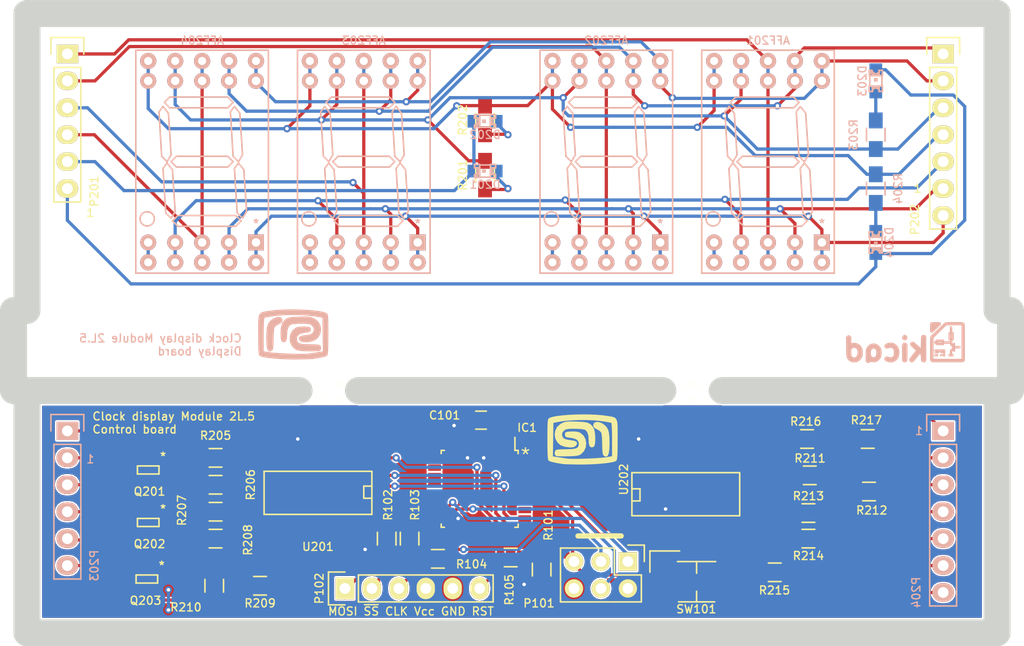
<source format=kicad_pcb>
(kicad_pcb (version 4) (host pcbnew 4.0.0-2.201512072331+6194~38~ubuntu14.04.1-stable)
  (title_block (title "Clock Display Module") (date 2016-05-05) (rev 2L.5))
  (layers (0 F.Cu signal) (31 B.Cu signal) (34 B.Paste user) (35 F.Paste user) (36 B.SilkS user) (37 F.SilkS user) (38 B.Mask user) (39 F.Mask user) (44 Edge.Cuts user))
  (net 0 "")
  (net 1 "/Display Driver/Seg_E")
  (net 2 "/Display Driver/Seg_D")
  (net 3 D_Dig_0)
  (net 4 "/Display Driver/Seg_C")
  (net 5 "/Display Driver/Seg_B")
  (net 6 "/Display Driver/Seg_A")
  (net 7 "/Display Driver/Seg_F")
  (net 8 "/Display Driver/Seg_G")
  (net 9 D_Dig_1)
  (net 10 D_Dig_2)
  (net 11 D_Dig_3)
  (net 12 VCC)
  (net 13 GND)
  (net 14 "Net-(D201-Pad2)")
  (net 15 D_Colon)
  (net 16 "Net-(D202-Pad2)")
  (net 17 "Net-(D203-Pad2)")
  (net 18 D_Signal)
  (net 19 "Net-(D204-Pad2)")
  (net 20 Reset)
  (net 21 MOSI)
  (net 22 CLK)
  (net 23 C_Dig_0)
  (net 24 C_Dig_1)
  (net 25 C_Dig_2)
  (net 26 C_Dig_3)
  (net 27 C_Colon)
  (net 28 C_Signal)
  (net 29 "Net-(Q201-Pad2)")
  (net 30 "Net-(Q201-Pad5)")
  (net 31 "Net-(Q202-Pad2)")
  (net 32 "Net-(Q202-Pad5)")
  (net 33 "Net-(Q203-Pad2)")
  (net 34 "Net-(Q203-Pad5)")
  (net 35 "Net-(R205-Pad2)")
  (net 36 "Net-(R206-Pad2)")
  (net 37 "Net-(R207-Pad2)")
  (net 38 "Net-(R208-Pad2)")
  (net 39 "Net-(R209-Pad2)")
  (net 40 "Net-(R210-Pad2)")
  (net 41 "Net-(R211-Pad2)")
  (net 42 "Net-(R212-Pad2)")
  (net 43 "Net-(R213-Pad2)")
  (net 44 "Net-(R214-Pad2)")
  (net 45 "Net-(R215-Pad2)")
  (net 46 "Net-(R216-Pad2)")
  (net 47 "Net-(R217-Pad2)")
  (net 48 "/Display Driver/C_Seg_A")
  (net 49 "/Display Driver/C_Seg_B")
  (net 50 "/Display Driver/C_Seg_C")
  (net 51 "/Display Driver/C_Seg_D")
  (net 52 "/Display Driver/C_Seg_E")
  (net 53 "/Display Driver/C_Seg_F")
  (net 54 "/Display Driver/C_Seg_G")
  (net 55 D)
  (net 56 ~SS)
  (net 57 MISO)
  (net 58 A0)
  (net 59 A1)
  (net 60 A2)
  (net 61 A)
  (net 62 B)
  (net 63 C)
  (net 64 "Net-(AFF201-Pad5)")
  (net 65 "Net-(AFF202-Pad5)")
  (net 66 "Net-(AFF203-Pad5)")
  (net 67 "Net-(AFF204-Pad5)")
  (net 68 "Net-(P102-Pad1)")
  (net 69 "Net-(P102-Pad2)")
  (net 70 "Net-(P102-Pad3)")
  (net 71 "Net-(P102-Pad6)")
  (module LEDs:LED-0805 (layer B.Cu) (at 158.75 56.769)
    (fp_text reference D201 (at 0 1.27) (layer B.SilkS) (effects (font (size 0.762 0.762) (thickness 0.127)) (justify mirror)))
    (fp_text value Colon1)
    (pad 2 smd rect (at 1.04902 0 180) (size 1.19888 1.19888) (layers B.Cu B.Paste B.Mask) (net 14 "Net-(D201-Pad2)"))
    (pad 1 smd rect (at -1.04902 0 180) (size 1.19888 1.19888) (layers B.Cu B.Paste B.Mask) (net 15 D_Colon))
  )
  (module LEDs:LED-0805 (layer B.Cu) (at 158.75 52.07)
    (fp_text reference D202 (at 0 1.27) (layer B.SilkS) (effects (font (size 0.762 0.762) (thickness 0.127)) (justify mirror)))
    (fp_text value Colon2)
    (pad 2 smd rect (at 1.04902 0 180) (size 1.19888 1.19888) (layers B.Cu B.Paste B.Mask) (net 16 "Net-(D202-Pad2)"))
    (pad 1 smd rect (at -1.04902 0 180) (size 1.19888 1.19888) (layers B.Cu B.Paste B.Mask) (net 15 D_Colon))
  )
  (module LEDs:LED-0805 (layer B.Cu) (at 195.58 48.26 270)
    (fp_text reference D203 (at 0 1.27 270) (layer B.SilkS) (effects (font (size 0.762 0.762) (thickness 0.127)) (justify mirror)))
    (fp_text value Alarm)
    (pad 2 smd rect (at 1.04902 0 90) (size 1.19888 1.19888) (layers B.Cu B.Paste B.Mask) (net 17 "Net-(D203-Pad2)"))
    (pad 1 smd rect (at -1.04902 0 90) (size 1.19888 1.19888) (layers B.Cu B.Paste B.Mask) (net 18 D_Signal))
  )
  (module LEDs:LED-0805 (layer B.Cu) (at 195.58 63.5 90)
    (fp_text reference D204 (at 0 1.27 90) (layer B.SilkS) (effects (font (size 0.762 0.762) (thickness 0.127)) (justify mirror)))
    (fp_text value Auto)
    (pad 2 smd rect (at 1.04902 0 270) (size 1.19888 1.19888) (layers B.Cu B.Paste B.Mask) (net 19 "Net-(D204-Pad2)"))
    (pad 1 smd rect (at -1.04902 0 270) (size 1.19888 1.19888) (layers B.Cu B.Paste B.Mask) (net 18 D_Signal))
  )
  (module Pin_Headers:Pin_Header_Straight_1x06 (layer B.Cu) (at 119.38 81.28 180)
    (fp_text reference P203 (at -2.54 -12.7 270) (layer B.SilkS) (effects (font (size 0.762 0.762) (thickness 0.127)) (justify mirror)))
    (fp_text value CONN_01X06)
    (pad 1 thru_hole rect (at 0 0 180) (size 2.032 1.7272) (drill 1.016) (layers *.Cu *.Mask B.SilkS) (net 23 C_Dig_0))
    (pad 2 thru_hole oval (at 0 -2.54 180) (size 2.032 1.7272) (drill 1.016) (layers *.Cu *.Mask B.SilkS) (net 24 C_Dig_1))
    (pad 3 thru_hole oval (at 0 -5.08 180) (size 2.032 1.7272) (drill 1.016) (layers *.Cu *.Mask B.SilkS) (net 25 C_Dig_2))
    (pad 4 thru_hole oval (at 0 -7.62 180) (size 2.032 1.7272) (drill 1.016) (layers *.Cu *.Mask B.SilkS) (net 26 C_Dig_3))
    (pad 5 thru_hole oval (at 0 -10.16 180) (size 2.032 1.7272) (drill 1.016) (layers *.Cu *.Mask B.SilkS) (net 27 C_Colon))
    (pad 6 thru_hole oval (at 0 -12.7 180) (size 2.032 1.7272) (drill 1.016) (layers *.Cu *.Mask B.SilkS) (net 28 C_Signal))
  )
  (module Pin_Headers:Pin_Header_Straight_1x07 (layer B.Cu) (at 201.93 81.28 180)
    (fp_text reference P204 (at 2.54 -15.24 270) (layer B.SilkS) (effects (font (size 0.762 0.762) (thickness 0.127)) (justify mirror)))
    (fp_text value CONN_01X07)
    (pad 1 thru_hole rect (at 0 0 180) (size 2.032 1.7272) (drill 1.016) (layers *.Cu *.Mask B.SilkS) (net 53 "/Display Driver/C_Seg_F"))
    (pad 2 thru_hole oval (at 0 -2.54 180) (size 2.032 1.7272) (drill 1.016) (layers *.Cu *.Mask B.SilkS) (net 54 "/Display Driver/C_Seg_G"))
    (pad 3 thru_hole oval (at 0 -5.08 180) (size 2.032 1.7272) (drill 1.016) (layers *.Cu *.Mask B.SilkS) (net 48 "/Display Driver/C_Seg_A"))
    (pad 4 thru_hole oval (at 0 -7.62 180) (size 2.032 1.7272) (drill 1.016) (layers *.Cu *.Mask B.SilkS) (net 49 "/Display Driver/C_Seg_B"))
    (pad 5 thru_hole oval (at 0 -10.16 180) (size 2.032 1.7272) (drill 1.016) (layers *.Cu *.Mask B.SilkS) (net 50 "/Display Driver/C_Seg_C"))
    (pad 6 thru_hole oval (at 0 -12.7 180) (size 2.032 1.7272) (drill 1.016) (layers *.Cu *.Mask B.SilkS) (net 51 "/Display Driver/C_Seg_D"))
    (pad 7 thru_hole oval (at 0 -15.24 180) (size 2.032 1.7272) (drill 1.016) (layers *.Cu *.Mask B.SilkS) (net 52 "/Display Driver/C_Seg_E"))
  )
  (module ClockFootprints:SOT-363 (layer F.Cu) (at 127 84.963 180)
    (fp_text reference Q201 (at -0.127 -2.032 180) (layer F.SilkS) (effects (font (size 0.762 0.762) (thickness 0.127))))
    (fp_text value BC856BS hide)
    (fp_text user * (at -1.397 1.27 180) (layer F.SilkS) (effects (font (size 0.762 0.762) (thickness 0.127))))
    (pad 2 smd rect (at 0 0.8375 180) (size 0.3 0.525) (layers F.Cu F.Paste F.Mask) (net 29 "Net-(Q201-Pad2)"))
    (pad 5 smd rect (at 0 -0.8375 180) (size 0.3 0.525) (layers F.Cu F.Paste F.Mask) (net 30 "Net-(Q201-Pad5)"))
    (pad 6 smd rect (at -0.65 -0.8375 180) (size 0.3 0.525) (layers F.Cu F.Paste F.Mask) (net 13 GND))
    (pad 4 smd rect (at 0.65 -0.8375 180) (size 0.3 0.525) (layers F.Cu F.Paste F.Mask) (net 24 C_Dig_1))
    (pad 3 smd rect (at 0.65 0.8375 180) (size 0.3 0.525) (layers F.Cu F.Paste F.Mask) (net 13 GND))
    (pad 1 smd rect (at -0.65 0.8375 180) (size 0.3 0.525) (layers F.Cu F.Paste F.Mask) (net 23 C_Dig_0))
  )
  (module ClockFootprints:SOT-363 (layer F.Cu) (at 127 89.916 180)
    (fp_text reference Q202 (at -0.127 -2.032 180) (layer F.SilkS) (effects (font (size 0.762 0.762) (thickness 0.127))))
    (fp_text value BC856BS hide)
    (fp_text user * (at -1.397 1.27 180) (layer F.SilkS) (effects (font (size 0.762 0.762) (thickness 0.127))))
    (pad 2 smd rect (at 0 0.8375 180) (size 0.3 0.525) (layers F.Cu F.Paste F.Mask) (net 31 "Net-(Q202-Pad2)"))
    (pad 5 smd rect (at 0 -0.8375 180) (size 0.3 0.525) (layers F.Cu F.Paste F.Mask) (net 32 "Net-(Q202-Pad5)"))
    (pad 6 smd rect (at -0.65 -0.8375 180) (size 0.3 0.525) (layers F.Cu F.Paste F.Mask) (net 13 GND))
    (pad 4 smd rect (at 0.65 -0.8375 180) (size 0.3 0.525) (layers F.Cu F.Paste F.Mask) (net 26 C_Dig_3))
    (pad 3 smd rect (at 0.65 0.8375 180) (size 0.3 0.525) (layers F.Cu F.Paste F.Mask) (net 13 GND))
    (pad 1 smd rect (at -0.65 0.8375 180) (size 0.3 0.525) (layers F.Cu F.Paste F.Mask) (net 25 C_Dig_2))
  )
  (module ClockFootprints:SOT-363 (layer F.Cu) (at 126.873 95.25 180)
    (fp_text reference Q203 (at 0.127 -2.032 180) (layer F.SilkS) (effects (font (size 0.762 0.762) (thickness 0.127))))
    (fp_text value BC856BS hide)
    (fp_text user * (at -1.397 1.27 180) (layer F.SilkS) (effects (font (size 0.762 0.762) (thickness 0.127))))
    (pad 2 smd rect (at 0 0.8375 180) (size 0.3 0.525) (layers F.Cu F.Paste F.Mask) (net 33 "Net-(Q203-Pad2)"))
    (pad 5 smd rect (at 0 -0.8375 180) (size 0.3 0.525) (layers F.Cu F.Paste F.Mask) (net 34 "Net-(Q203-Pad5)"))
    (pad 6 smd rect (at -0.65 -0.8375 180) (size 0.3 0.525) (layers F.Cu F.Paste F.Mask) (net 13 GND))
    (pad 4 smd rect (at 0.65 -0.8375 180) (size 0.3 0.525) (layers F.Cu F.Paste F.Mask) (net 28 C_Signal))
    (pad 3 smd rect (at 0.65 0.8375 180) (size 0.3 0.525) (layers F.Cu F.Paste F.Mask) (net 13 GND))
    (pad 1 smd rect (at -0.65 0.8375 180) (size 0.3 0.525) (layers F.Cu F.Paste F.Mask) (net 27 C_Colon))
  )
  (module Resistors_SMD:R_0805_HandSoldering (layer F.Cu) (at 164.084 94.361 90)
    (fp_text reference R101 (at 4.191 0.635 90) (layer F.SilkS) (effects (font (size 0.762 0.762) (thickness 0.127))))
    (fp_text value 10K)
    (pad 1 smd rect (at -1.35 0 90) (size 1.5 1.3) (layers F.Cu F.Paste F.Mask) (net 12 VCC))
    (pad 2 smd rect (at 1.35 0 90) (size 1.5 1.3) (layers F.Cu F.Paste F.Mask) (net 20 Reset))
  )
  (module Resistors_SMD:R_0805_HandSoldering (layer F.Cu) (at 158.75 57.15 90)
    (fp_text reference R201 (at 0 -2.1 90) (layer F.SilkS) (effects (font (size 0.762 0.762) (thickness 0.127))))
    (fp_text value 0)
    (pad 1 smd rect (at -1.35 0 90) (size 1.5 1.3) (layers F.Cu F.Paste F.Mask) (net 14 "Net-(D201-Pad2)"))
    (pad 2 smd rect (at 1.35 0 90) (size 1.5 1.3) (layers F.Cu F.Paste F.Mask) (net 6 "/Display Driver/Seg_A"))
  )
  (module Resistors_SMD:R_0805_HandSoldering (layer F.Cu) (at 158.75 51.943 90)
    (fp_text reference R202 (at 0 -2.1 90) (layer F.SilkS) (effects (font (size 0.762 0.762) (thickness 0.127))))
    (fp_text value 0)
    (pad 1 smd rect (at -1.35 0 90) (size 1.5 1.3) (layers F.Cu F.Paste F.Mask) (net 16 "Net-(D202-Pad2)"))
    (pad 2 smd rect (at 1.35 0 90) (size 1.5 1.3) (layers F.Cu F.Paste F.Mask) (net 5 "/Display Driver/Seg_B"))
  )
  (module Resistors_SMD:R_0805_HandSoldering (layer B.Cu) (at 195.58 53.34 270)
    (fp_text reference R203 (at 0 2.1 270) (layer B.SilkS) (effects (font (size 0.762 0.762) (thickness 0.127)) (justify mirror)))
    (fp_text value 0)
    (pad 1 smd rect (at -1.35 0 270) (size 1.5 1.3) (layers B.Cu B.Paste B.Mask) (net 17 "Net-(D203-Pad2)"))
    (pad 2 smd rect (at 1.35 0 270) (size 1.5 1.3) (layers B.Cu B.Paste B.Mask) (net 6 "/Display Driver/Seg_A"))
  )
  (module Resistors_SMD:R_0805_HandSoldering (layer B.Cu) (at 195.58 58.42 90)
    (fp_text reference R204 (at 0 2.1 90) (layer B.SilkS) (effects (font (size 0.762 0.762) (thickness 0.127)) (justify mirror)))
    (fp_text value 0)
    (pad 1 smd rect (at -1.35 0 90) (size 1.5 1.3) (layers B.Cu B.Paste B.Mask) (net 19 "Net-(D204-Pad2)"))
    (pad 2 smd rect (at 1.35 0 90) (size 1.5 1.3) (layers B.Cu B.Paste B.Mask) (net 5 "/Display Driver/Seg_B"))
  )
  (module Resistors_SMD:R_0805_HandSoldering (layer F.Cu) (at 133.35 83.82)
    (fp_text reference R205 (at 0 -2.1) (layer F.SilkS) (effects (font (size 0.762 0.762) (thickness 0.127))))
    (fp_text value 500)
    (pad 1 smd rect (at -1.35 0) (size 1.5 1.3) (layers F.Cu F.Paste F.Mask) (net 29 "Net-(Q201-Pad2)"))
    (pad 2 smd rect (at 1.35 0) (size 1.5 1.3) (layers F.Cu F.Paste F.Mask) (net 35 "Net-(R205-Pad2)"))
  )
  (module Resistors_SMD:R_0805_HandSoldering (layer F.Cu) (at 133.35 86.36)
    (fp_text reference R206 (at 3.302 0 90) (layer F.SilkS) (effects (font (size 0.762 0.762) (thickness 0.127))))
    (fp_text value 500)
    (pad 1 smd rect (at -1.35 0) (size 1.5 1.3) (layers F.Cu F.Paste F.Mask) (net 30 "Net-(Q201-Pad5)"))
    (pad 2 smd rect (at 1.35 0) (size 1.5 1.3) (layers F.Cu F.Paste F.Mask) (net 36 "Net-(R206-Pad2)"))
  )
  (module Resistors_SMD:R_0805_HandSoldering (layer F.Cu) (at 133.35 88.9)
    (fp_text reference R207 (at -3.175 -0.127 90) (layer F.SilkS) (effects (font (size 0.762 0.762) (thickness 0.127))))
    (fp_text value 500)
    (pad 1 smd rect (at -1.35 0) (size 1.5 1.3) (layers F.Cu F.Paste F.Mask) (net 31 "Net-(Q202-Pad2)"))
    (pad 2 smd rect (at 1.35 0) (size 1.5 1.3) (layers F.Cu F.Paste F.Mask) (net 37 "Net-(R207-Pad2)"))
  )
  (module Resistors_SMD:R_0805_HandSoldering (layer F.Cu) (at 133.35 91.44)
    (fp_text reference R208 (at 3.048 0.127 90) (layer F.SilkS) (effects (font (size 0.762 0.762) (thickness 0.127))))
    (fp_text value 500)
    (pad 1 smd rect (at -1.35 0) (size 1.5 1.3) (layers F.Cu F.Paste F.Mask) (net 32 "Net-(Q202-Pad5)"))
    (pad 2 smd rect (at 1.35 0) (size 1.5 1.3) (layers F.Cu F.Paste F.Mask) (net 38 "Net-(R208-Pad2)"))
  )
  (module Resistors_SMD:R_0805_HandSoldering (layer F.Cu) (at 137.541 95.885)
    (fp_text reference R209 (at 0 1.651 180) (layer F.SilkS) (effects (font (size 0.762 0.762) (thickness 0.127))))
    (fp_text value 500)
    (pad 1 smd rect (at -1.35 0) (size 1.5 1.3) (layers F.Cu F.Paste F.Mask) (net 33 "Net-(Q203-Pad2)"))
    (pad 2 smd rect (at 1.35 0) (size 1.5 1.3) (layers F.Cu F.Paste F.Mask) (net 39 "Net-(R209-Pad2)"))
  )
  (module Resistors_SMD:R_0805_HandSoldering (layer F.Cu) (at 133.223 95.885 90)
    (fp_text reference R210 (at -2.032 -2.667 360) (layer F.SilkS) (effects (font (size 0.762 0.762) (thickness 0.127))))
    (fp_text value 500)
    (pad 1 smd rect (at -1.35 0 90) (size 1.5 1.3) (layers F.Cu F.Paste F.Mask) (net 34 "Net-(Q203-Pad5)"))
    (pad 2 smd rect (at 1.35 0 90) (size 1.5 1.3) (layers F.Cu F.Paste F.Mask) (net 40 "Net-(R210-Pad2)"))
  )
  (module Resistors_SMD:R_0805_HandSoldering (layer F.Cu) (at 189.357 85.471 180)
    (fp_text reference R211 (at -0.0254 1.6002 180) (layer F.SilkS) (effects (font (size 0.762 0.762) (thickness 0.127))))
    (fp_text value 160)
    (pad 1 smd rect (at -1.35 0 180) (size 1.5 1.3) (layers F.Cu F.Paste F.Mask) (net 48 "/Display Driver/C_Seg_A"))
    (pad 2 smd rect (at 1.35 0 180) (size 1.5 1.3) (layers F.Cu F.Paste F.Mask) (net 41 "Net-(R211-Pad2)"))
  )
  (module Resistors_SMD:R_0805_HandSoldering (layer F.Cu) (at 194.945 86.995 180)
    (fp_text reference R212 (at -0.254 -1.778 180) (layer F.SilkS) (effects (font (size 0.762 0.762) (thickness 0.127))))
    (fp_text value 160)
    (pad 1 smd rect (at -1.35 0 180) (size 1.5 1.3) (layers F.Cu F.Paste F.Mask) (net 49 "/Display Driver/C_Seg_B"))
    (pad 2 smd rect (at 1.35 0 180) (size 1.5 1.3) (layers F.Cu F.Paste F.Mask) (net 42 "Net-(R212-Pad2)"))
  )
  (module Resistors_SMD:R_0805_HandSoldering (layer F.Cu) (at 189.23 89.027 180)
    (fp_text reference R213 (at 0 1.6002 180) (layer F.SilkS) (effects (font (size 0.762 0.762) (thickness 0.127))))
    (fp_text value 160)
    (pad 1 smd rect (at -1.35 0 180) (size 1.5 1.3) (layers F.Cu F.Paste F.Mask) (net 50 "/Display Driver/C_Seg_C"))
    (pad 2 smd rect (at 1.35 0 180) (size 1.5 1.3) (layers F.Cu F.Paste F.Mask) (net 43 "Net-(R213-Pad2)"))
  )
  (module Resistors_SMD:R_0805_HandSoldering (layer F.Cu) (at 189.23 91.44 180)
    (fp_text reference R214 (at 0 -1.6256 180) (layer F.SilkS) (effects (font (size 0.762 0.762) (thickness 0.127))))
    (fp_text value 160)
    (pad 1 smd rect (at -1.35 0 180) (size 1.5 1.3) (layers F.Cu F.Paste F.Mask) (net 51 "/Display Driver/C_Seg_D"))
    (pad 2 smd rect (at 1.35 0 180) (size 1.5 1.3) (layers F.Cu F.Paste F.Mask) (net 44 "Net-(R214-Pad2)"))
  )
  (module Resistors_SMD:R_0805_HandSoldering (layer F.Cu) (at 186.055 94.615 180)
    (fp_text reference R215 (at 0.0254 -1.7018 180) (layer F.SilkS) (effects (font (size 0.762 0.762) (thickness 0.127))))
    (fp_text value 160)
    (pad 1 smd rect (at -1.35 0 180) (size 1.5 1.3) (layers F.Cu F.Paste F.Mask) (net 52 "/Display Driver/C_Seg_E"))
    (pad 2 smd rect (at 1.35 0 180) (size 1.5 1.3) (layers F.Cu F.Paste F.Mask) (net 45 "Net-(R215-Pad2)"))
  )
  (module Resistors_SMD:R_0805_HandSoldering (layer F.Cu) (at 189.103 82.042 180)
    (fp_text reference R216 (at 0.127 1.651 180) (layer F.SilkS) (effects (font (size 0.762 0.762) (thickness 0.127))))
    (fp_text value 160)
    (pad 1 smd rect (at -1.35 0 180) (size 1.5 1.3) (layers F.Cu F.Paste F.Mask) (net 53 "/Display Driver/C_Seg_F"))
    (pad 2 smd rect (at 1.35 0 180) (size 1.5 1.3) (layers F.Cu F.Paste F.Mask) (net 46 "Net-(R216-Pad2)"))
  )
  (module Resistors_SMD:R_0805_HandSoldering (layer F.Cu) (at 194.818 82.042 180)
    (fp_text reference R217 (at 0.127 1.778 180) (layer F.SilkS) (effects (font (size 0.762 0.762) (thickness 0.127))))
    (fp_text value 160)
    (pad 1 smd rect (at -1.35 0 180) (size 1.5 1.3) (layers F.Cu F.Paste F.Mask) (net 54 "/Display Driver/C_Seg_G"))
    (pad 2 smd rect (at 1.35 0 180) (size 1.5 1.3) (layers F.Cu F.Paste F.Mask) (net 47 "Net-(R217-Pad2)"))
  )
  (module ClockFootprints:SOIC-16 (layer F.Cu) (at 142.875 87.122 180)
    (fp_text reference U201 (at -0.127 -5.08 360) (layer F.SilkS) (effects (font (size 0.762 0.762) (thickness 0.127))))
    (fp_text value SN74LS138 hide)
    (pad 1 smd rect (at -4.572 3.3 180) (size 0.6 1.6) (layers F.Cu F.Paste F.Mask) (net 58 A0))
    (pad 2 smd rect (at -3.302 3.3 180) (size 0.6 1.6) (layers F.Cu F.Paste F.Mask) (net 59 A1))
    (pad 3 smd rect (at -2.032 3.3 180) (size 0.6 1.6) (layers F.Cu F.Paste F.Mask) (net 60 A2))
    (pad 4 smd rect (at -0.762 3.3 180) (size 0.6 1.6) (layers F.Cu F.Paste F.Mask) (net 13 GND))
    (pad 5 smd rect (at 0.508 3.302 180) (size 0.6 1.6) (layers F.Cu F.Paste F.Mask) (net 13 GND))
    (pad 6 smd rect (at 1.778 3.3 180) (size 0.6 1.5) (layers F.Cu F.Paste F.Mask) (net 12 VCC))
    (pad 7 smd rect (at 3.048 3.3 180) (size 0.6 1.6) (layers F.Cu F.Paste F.Mask))
    (pad 8 smd rect (at 4.318 3.3 180) (size 0.6 1.6) (layers F.Cu F.Paste F.Mask) (net 13 GND))
    (pad 9 smd rect (at 4.318 -3.3 180) (size 0.6 1.6) (layers F.Cu F.Paste F.Mask))
    (pad 10 smd rect (at 3.048 -3.3 180) (size 0.6 1.6) (layers F.Cu F.Paste F.Mask) (net 40 "Net-(R210-Pad2)"))
    (pad 11 smd rect (at 1.778 -3.3 180) (size 0.6 1.6) (layers F.Cu F.Paste F.Mask) (net 39 "Net-(R209-Pad2)"))
    (pad 12 smd rect (at 0.508 -3.3 180) (size 0.6 1.6) (layers F.Cu F.Paste F.Mask) (net 38 "Net-(R208-Pad2)"))
    (pad 13 smd rect (at -0.762 -3.3 180) (size 0.6 1.6) (layers F.Cu F.Paste F.Mask) (net 37 "Net-(R207-Pad2)"))
    (pad 14 smd rect (at -2.032 -3.3 180) (size 0.6 1.6) (layers F.Cu F.Paste F.Mask) (net 36 "Net-(R206-Pad2)"))
    (pad 15 smd rect (at -3.302 -3.3 180) (size 0.6 1.6) (layers F.Cu F.Paste F.Mask) (net 35 "Net-(R205-Pad2)"))
    (pad 16 smd rect (at -4.572 -3.3 180) (size 0.6 1.6) (layers F.Cu F.Paste F.Mask) (net 12 VCC))
  )
  (module ClockFootprints:SOIC-16 (layer F.Cu) (at 177.8 87.249)
    (fp_text reference U202 (at -5.969 -1.397 90) (layer F.SilkS) (effects (font (size 0.762 0.762) (thickness 0.127))))
    (fp_text value 74HC4511 hide)
    (pad 1 smd rect (at -4.572 3.3) (size 0.6 1.6) (layers F.Cu F.Paste F.Mask) (net 62 B))
    (pad 2 smd rect (at -3.302 3.3) (size 0.6 1.6) (layers F.Cu F.Paste F.Mask) (net 63 C))
    (pad 3 smd rect (at -2.032 3.3) (size 0.6 1.6) (layers F.Cu F.Paste F.Mask) (net 12 VCC))
    (pad 4 smd rect (at -0.762 3.3) (size 0.6 1.6) (layers F.Cu F.Paste F.Mask) (net 12 VCC))
    (pad 5 smd rect (at 0.508 3.302) (size 0.6 1.6) (layers F.Cu F.Paste F.Mask) (net 13 GND))
    (pad 6 smd rect (at 1.778 3.3) (size 0.6 1.5) (layers F.Cu F.Paste F.Mask) (net 55 D))
    (pad 7 smd rect (at 3.048 3.3) (size 0.6 1.6) (layers F.Cu F.Paste F.Mask) (net 61 A))
    (pad 8 smd rect (at 4.318 3.3) (size 0.6 1.6) (layers F.Cu F.Paste F.Mask) (net 13 GND))
    (pad 9 smd rect (at 4.318 -3.3) (size 0.6 1.6) (layers F.Cu F.Paste F.Mask) (net 45 "Net-(R215-Pad2)"))
    (pad 10 smd rect (at 3.048 -3.3) (size 0.6 1.6) (layers F.Cu F.Paste F.Mask) (net 44 "Net-(R214-Pad2)"))
    (pad 11 smd rect (at 1.778 -3.3) (size 0.6 1.6) (layers F.Cu F.Paste F.Mask) (net 43 "Net-(R213-Pad2)"))
    (pad 12 smd rect (at 0.508 -3.3) (size 0.6 1.6) (layers F.Cu F.Paste F.Mask) (net 42 "Net-(R212-Pad2)"))
    (pad 13 smd rect (at -0.762 -3.3) (size 0.6 1.6) (layers F.Cu F.Paste F.Mask) (net 41 "Net-(R211-Pad2)"))
    (pad 14 smd rect (at -2.032 -3.3) (size 0.6 1.6) (layers F.Cu F.Paste F.Mask) (net 47 "Net-(R217-Pad2)"))
    (pad 15 smd rect (at -3.302 -3.3) (size 0.6 1.6) (layers F.Cu F.Paste F.Mask) (net 46 "Net-(R216-Pad2)"))
    (pad 16 smd rect (at -4.572 -3.3) (size 0.6 1.6) (layers F.Cu F.Paste F.Mask) (net 12 VCC))
  )
  (module Pin_Headers:Pin_Header_Straight_2x03 (layer F.Cu) (at 172.212 93.599 270)
    (fp_text reference P101 (at 3.937 8.382 360) (layer F.SilkS) (effects (font (size 0.762 0.762) (thickness 0.127))))
    (fp_text value CONN_02X03)
    (pad 1 thru_hole rect (at 0 0 270) (size 1.7272 1.7272) (drill 1.016) (layers *.Cu *.Mask F.SilkS) (net 57 MISO))
    (pad 2 thru_hole oval (at 2.54 0 270) (size 1.7272 1.7272) (drill 1.016) (layers *.Cu *.Mask F.SilkS) (net 12 VCC))
    (pad 3 thru_hole oval (at 0 2.54 270) (size 1.7272 1.7272) (drill 1.016) (layers *.Cu *.Mask F.SilkS) (net 22 CLK))
    (pad 4 thru_hole oval (at 2.54 2.54 270) (size 1.7272 1.7272) (drill 1.016) (layers *.Cu *.Mask F.SilkS) (net 21 MOSI))
    (pad 5 thru_hole oval (at 0 5.08 270) (size 1.7272 1.7272) (drill 1.016) (layers *.Cu *.Mask F.SilkS) (net 20 Reset))
    (pad 6 thru_hole oval (at 2.54 5.08 270) (size 1.7272 1.7272) (drill 1.016) (layers *.Cu *.Mask F.SilkS) (net 13 GND))
  )
  (module Pin_Headers:Pin_Header_Straight_1x06 (layer F.Cu) (at 119.38 45.72)
    (fp_text reference P201 (at 2.54 12.954 90) (layer F.SilkS) (effects (font (size 0.762 0.762) (thickness 0.127))))
    (fp_text value CONN_01X06)
    (pad 1 thru_hole rect (at 0 0) (size 2.032 1.7272) (drill 1.016) (layers *.Cu *.Mask F.SilkS) (net 3 D_Dig_0))
    (pad 2 thru_hole oval (at 0 2.54) (size 2.032 1.7272) (drill 1.016) (layers *.Cu *.Mask F.SilkS) (net 9 D_Dig_1))
    (pad 3 thru_hole oval (at 0 5.08) (size 2.032 1.7272) (drill 1.016) (layers *.Cu *.Mask F.SilkS) (net 10 D_Dig_2))
    (pad 4 thru_hole oval (at 0 7.62) (size 2.032 1.7272) (drill 1.016) (layers *.Cu *.Mask F.SilkS) (net 11 D_Dig_3))
    (pad 5 thru_hole oval (at 0 10.16) (size 2.032 1.7272) (drill 1.016) (layers *.Cu *.Mask F.SilkS) (net 15 D_Colon))
    (pad 6 thru_hole oval (at 0 12.7) (size 2.032 1.7272) (drill 1.016) (layers *.Cu *.Mask F.SilkS) (net 18 D_Signal))
  )
  (module Pin_Headers:Pin_Header_Straight_1x07 (layer F.Cu) (at 201.93 45.72)
    (fp_text reference P202 (at -2.667 15.621 90) (layer F.SilkS) (effects (font (size 0.762 0.762) (thickness 0.127))))
    (fp_text value CONN_01X07)
    (pad 1 thru_hole rect (at 0 0) (size 2.032 1.7272) (drill 1.016) (layers *.Cu *.Mask F.SilkS) (net 7 "/Display Driver/Seg_F"))
    (pad 2 thru_hole oval (at 0 2.54) (size 2.032 1.7272) (drill 1.016) (layers *.Cu *.Mask F.SilkS) (net 8 "/Display Driver/Seg_G"))
    (pad 3 thru_hole oval (at 0 5.08) (size 2.032 1.7272) (drill 1.016) (layers *.Cu *.Mask F.SilkS) (net 6 "/Display Driver/Seg_A"))
    (pad 4 thru_hole oval (at 0 7.62) (size 2.032 1.7272) (drill 1.016) (layers *.Cu *.Mask F.SilkS) (net 5 "/Display Driver/Seg_B"))
    (pad 5 thru_hole oval (at 0 10.16) (size 2.032 1.7272) (drill 1.016) (layers *.Cu *.Mask F.SilkS) (net 4 "/Display Driver/Seg_C"))
    (pad 6 thru_hole oval (at 0 12.7) (size 2.032 1.7272) (drill 1.016) (layers *.Cu *.Mask F.SilkS) (net 2 "/Display Driver/Seg_D"))
    (pad 7 thru_hole oval (at 0 15.24) (size 2.032 1.7272) (drill 1.016) (layers *.Cu *.Mask F.SilkS) (net 1 "/Display Driver/Seg_E"))
  )
  (module ClockFootprints:kicad_logo (layer B.Cu) (at 198.374 72.898 180)
    (fp_text reference G*** hide)
    (fp_text value LOGO hide)
  )
  (module ClockFootprints:myLogo_basic_rounded_50 (layer B.Cu) (at 140.716 72.136 180)
    (fp_text reference G*** hide)
    (fp_text value LOGO hide)
  )
  (module Housings_QFP:LQFP-32_7x7mm_Pitch0.8mm (layer F.Cu) (at 158.242 86.741 270)
    (fp_text reference IC1 (at -5.7658 -4.4704 360) (layer F.SilkS) (effects (font (size 0.762 0.762) (thickness 0.127))))
    (fp_text value ATMEGA88PA-A)
    (pad 1 smd rect (at -4.25 -2.8 270) (size 1.2 0.6) (layers F.Cu F.Paste F.Mask) (net 55 D))
    (pad 2 smd rect (at -4.25 -2 270) (size 1.2 0.6) (layers F.Cu F.Paste F.Mask))
    (pad 3 smd rect (at -4.25 -1.2 270) (size 1.2 0.6) (layers F.Cu F.Paste F.Mask) (net 13 GND))
    (pad 4 smd rect (at -4.25 -0.4 270) (size 1.2 0.6) (layers F.Cu F.Paste F.Mask) (net 12 VCC))
    (pad 5 smd rect (at -4.25 0.4 270) (size 1.2 0.6) (layers F.Cu F.Paste F.Mask) (net 13 GND))
    (pad 6 smd rect (at -4.25 1.2 270) (size 1.2 0.6) (layers F.Cu F.Paste F.Mask) (net 12 VCC))
    (pad 7 smd rect (at -4.25 2 270) (size 1.2 0.6) (layers F.Cu F.Paste F.Mask))
    (pad 8 smd rect (at -4.25 2.8 270) (size 1.2 0.6) (layers F.Cu F.Paste F.Mask))
    (pad 9 smd rect (at -2.8 4.25) (size 1.2 0.6) (layers F.Cu F.Paste F.Mask))
    (pad 10 smd rect (at -2 4.25) (size 1.2 0.6) (layers F.Cu F.Paste F.Mask))
    (pad 11 smd rect (at -1.2 4.25) (size 1.2 0.6) (layers F.Cu F.Paste F.Mask))
    (pad 12 smd rect (at -0.4 4.25) (size 1.2 0.6) (layers F.Cu F.Paste F.Mask))
    (pad 13 smd rect (at 0.4 4.25) (size 1.2 0.6) (layers F.Cu F.Paste F.Mask))
    (pad 14 smd rect (at 1.2 4.25) (size 1.2 0.6) (layers F.Cu F.Paste F.Mask) (net 56 ~SS))
    (pad 15 smd rect (at 2 4.25) (size 1.2 0.6) (layers F.Cu F.Paste F.Mask) (net 21 MOSI))
    (pad 16 smd rect (at 2.8 4.25) (size 1.2 0.6) (layers F.Cu F.Paste F.Mask) (net 57 MISO))
    (pad 17 smd rect (at 4.25 2.8 270) (size 1.2 0.6) (layers F.Cu F.Paste F.Mask) (net 22 CLK))
    (pad 18 smd rect (at 4.25 2 270) (size 1.2 0.6) (layers F.Cu F.Paste F.Mask) (net 12 VCC))
    (pad 19 smd rect (at 4.25 1.2 270) (size 1.2 0.6) (layers F.Cu F.Paste F.Mask))
    (pad 20 smd rect (at 4.25 0.4 270) (size 1.2 0.6) (layers F.Cu F.Paste F.Mask))
    (pad 21 smd rect (at 4.25 -0.4 270) (size 1.2 0.6) (layers F.Cu F.Paste F.Mask) (net 13 GND))
    (pad 22 smd rect (at 4.25 -1.2 270) (size 1.2 0.6) (layers F.Cu F.Paste F.Mask))
    (pad 23 smd rect (at 4.25 -2 270) (size 1.2 0.6) (layers F.Cu F.Paste F.Mask) (net 58 A0))
    (pad 24 smd rect (at 4.25 -2.8 270) (size 1.2 0.6) (layers F.Cu F.Paste F.Mask) (net 59 A1))
    (pad 25 smd rect (at 2.8 -4.25) (size 1.2 0.6) (layers F.Cu F.Paste F.Mask) (net 60 A2))
    (pad 26 smd rect (at 2 -4.25) (size 1.2 0.6) (layers F.Cu F.Paste F.Mask))
    (pad 27 smd rect (at 1.2 -4.25) (size 1.2 0.6) (layers F.Cu F.Paste F.Mask))
    (pad 28 smd rect (at 0.4 -4.25) (size 1.2 0.6) (layers F.Cu F.Paste F.Mask))
    (pad 29 smd rect (at -0.4 -4.25) (size 1.2 0.6) (layers F.Cu F.Paste F.Mask) (net 20 Reset))
    (pad 30 smd rect (at -1.2 -4.25) (size 1.2 0.6) (layers F.Cu F.Paste F.Mask) (net 61 A))
    (pad 31 smd rect (at -2 -4.25) (size 1.2 0.6) (layers F.Cu F.Paste F.Mask) (net 62 B))
    (pad 32 smd rect (at -2.8 -4.25) (size 1.2 0.6) (layers F.Cu F.Paste F.Mask) (net 63 C))
  )
  (module ClockFootprints:myLogo_basic_rounded_50 (layer F.Cu) (at 167.894 82.042)
    (fp_text reference G*** hide)
    (fp_text value LOGO hide)
  )
  (module Resistors_SMD:R_0805 (layer F.Cu) (at 149.479 91.44 90)
    (fp_text reference R102 (at 3.175 0.127 90) (layer F.SilkS) (effects (font (size 0.762 0.762) (thickness 0.127))))
    (fp_text value 1K)
    (pad 1 smd rect (at -0.95 0 90) (size 0.7 1.3) (layers F.Cu F.Paste F.Mask) (net 68 "Net-(P102-Pad1)"))
    (pad 2 smd rect (at 0.95 0 90) (size 0.7 1.3) (layers F.Cu F.Paste F.Mask) (net 21 MOSI))
  )
  (module Resistors_SMD:R_0805 (layer F.Cu) (at 151.638 91.44 90)
    (fp_text reference R103 (at 3.175 0.508 90) (layer F.SilkS) (effects (font (size 0.762 0.762) (thickness 0.127))))
    (fp_text value 1K)
    (pad 1 smd rect (at -0.95 0 90) (size 0.7 1.3) (layers F.Cu F.Paste F.Mask) (net 69 "Net-(P102-Pad2)"))
    (pad 2 smd rect (at 0.95 0 90) (size 0.7 1.3) (layers F.Cu F.Paste F.Mask) (net 56 ~SS))
  )
  (module Resistors_SMD:R_0805 (layer F.Cu) (at 154.305 93.345)
    (fp_text reference R104 (at 3.175 0.508) (layer F.SilkS) (effects (font (size 0.762 0.762) (thickness 0.127))))
    (fp_text value 1K)
    (pad 1 smd rect (at -0.95 0) (size 0.7 1.3) (layers F.Cu F.Paste F.Mask) (net 70 "Net-(P102-Pad3)"))
    (pad 2 smd rect (at 0.95 0) (size 0.7 1.3) (layers F.Cu F.Paste F.Mask) (net 22 CLK))
  )
  (module Capacitors_SMD:C_0805 (layer F.Cu) (at 158.369 80.264)
    (fp_text reference C101 (at -3.429 -0.4572) (layer F.SilkS) (effects (font (size 0.762 0.762) (thickness 0.127))))
    (fp_text value 0.1u)
    (pad 1 smd rect (at -1 0) (size 1 1.25) (layers F.Cu F.Paste F.Mask) (net 12 VCC))
    (pad 2 smd rect (at 1 0) (size 1 1.25) (layers F.Cu F.Paste F.Mask) (net 13 GND))
  )
  (module Pin_Headers:Pin_Header_Straight_1x06 (layer F.Cu) (at 145.542 96.139 90)
    (fp_text reference P102 (at 0 -2.413 90) (layer F.SilkS) (effects (font (size 0.762 0.762) (thickness 0.127))))
    (fp_text value CONN_01X06)
    (pad 1 thru_hole rect (at 0 0 90) (size 2.032 1.7272) (drill 1.016) (layers *.Cu *.Mask F.SilkS) (net 68 "Net-(P102-Pad1)"))
    (pad 2 thru_hole oval (at 0 2.54 90) (size 2.032 1.7272) (drill 1.016) (layers *.Cu *.Mask F.SilkS) (net 69 "Net-(P102-Pad2)"))
    (pad 3 thru_hole oval (at 0 5.08 90) (size 2.032 1.7272) (drill 1.016) (layers *.Cu *.Mask F.SilkS) (net 70 "Net-(P102-Pad3)"))
    (pad 4 thru_hole oval (at 0 7.62 90) (size 2.032 1.7272) (drill 1.016) (layers *.Cu *.Mask F.SilkS) (net 12 VCC))
    (pad 5 thru_hole oval (at 0 10.16 90) (size 2.032 1.7272) (drill 1.016) (layers *.Cu *.Mask F.SilkS) (net 13 GND))
    (pad 6 thru_hole oval (at 0 12.7 90) (size 2.032 1.7272) (drill 1.016) (layers *.Cu *.Mask F.SilkS) (net 71 "Net-(P102-Pad6)"))
  )
  (module ClockFootprints:MouseBite (layer F.Cu) (at 143.002 78.359 90)
    (fp_text reference REF** hide)
    (fp_text value MouseBite hide)
    (pad "" np_thru_hole circle (at 0 0 90) (size 0.6096 0.6096) (drill 0.6096) (layers *.Cu *.Mask F.SilkS))
    (pad "" np_thru_hole circle (at 0 1.016 90) (size 0.6096 0.6096) (drill 0.6096) (layers *.Cu *.Mask F.SilkS))
    (pad "" np_thru_hole circle (at 0 2.032 90) (size 0.6096 0.6096) (drill 0.6096) (layers *.Cu *.Mask F.SilkS))
    (pad "" np_thru_hole circle (at 1.524 1.016 90) (size 0.6096 0.6096) (drill 0.6096) (layers *.Cu *.Mask F.SilkS))
    (pad "" np_thru_hole circle (at 1.524 0 90) (size 0.6096 0.6096) (drill 0.6096) (layers *.Cu *.Mask F.SilkS))
    (pad "" np_thru_hole circle (at 1.524 2.032 90) (size 0.6096 0.6096) (drill 0.6096) (layers *.Cu *.Mask F.SilkS))
  )
  (module ClockFootprints:MouseBite (layer F.Cu) (at 177.292 78.359 90)
    (fp_text reference REF** hide)
    (fp_text value MouseBite hide)
    (pad "" np_thru_hole circle (at 0 0 90) (size 0.6096 0.6096) (drill 0.6096) (layers *.Cu *.Mask F.SilkS))
    (pad "" np_thru_hole circle (at 0 1.016 90) (size 0.6096 0.6096) (drill 0.6096) (layers *.Cu *.Mask F.SilkS))
    (pad "" np_thru_hole circle (at 0 2.032 90) (size 0.6096 0.6096) (drill 0.6096) (layers *.Cu *.Mask F.SilkS))
    (pad "" np_thru_hole circle (at 1.524 1.016 90) (size 0.6096 0.6096) (drill 0.6096) (layers *.Cu *.Mask F.SilkS))
    (pad "" np_thru_hole circle (at 1.524 0 90) (size 0.6096 0.6096) (drill 0.6096) (layers *.Cu *.Mask F.SilkS))
    (pad "" np_thru_hole circle (at 1.524 2.032 90) (size 0.6096 0.6096) (drill 0.6096) (layers *.Cu *.Mask F.SilkS))
  )
  (module ClockFootprints:PTS525SM15SMTR2LFS (layer F.Cu) (at 178.689 95.504)
    (fp_text reference SW101 (at -0.0254 2.5908) (layer F.SilkS) (effects (font (size 0.762 0.762) (thickness 0.127))))
    (fp_text value TL3315NF160Q hide)
    (pad 1 smd rect (at -3.2 -1.9) (size 1.6 1) (layers F.Cu F.Paste F.Mask) (net 20 Reset))
    (pad 2 smd rect (at 3.2 -1.9) (size 1.6 1) (layers F.Cu F.Paste F.Mask) (net 20 Reset))
    (pad 3 smd rect (at -3.2 1.9) (size 1.6 1) (layers F.Cu F.Paste F.Mask) (net 13 GND))
    (pad 4 smd rect (at 3.2 1.9) (size 1.6 1) (layers F.Cu F.Paste F.Mask) (net 13 GND))
  )
  (module ClockFootprints:161_163_Series_extended (layer B.Cu) (at 132.08 55.88 180)
    (fp_text reference AFF204 (at 0 11.43 180) (layer B.SilkS) (effects (font (size 0.762 0.762) (thickness 0.127)) (justify mirror)))
    (fp_text value NKR161B)
    (fp_text user * (at -5.08 -5.842 180) (layer B.SilkS) (effects (font (size 0.762 0.762) (thickness 0.127)) (justify mirror)))
    (pad 1 thru_hole rect (at -5.08 -7.62 180) (size 1.5 1.5) (drill 0.8) (layers *.Cu *.Mask B.SilkS) (net 1 "/Display Driver/Seg_E"))
    (pad 2 thru_hole circle (at -2.54 -7.62 180) (size 1.5 1.5) (drill 0.8) (layers *.Cu *.Mask B.SilkS) (net 2 "/Display Driver/Seg_D"))
    (pad 3 thru_hole circle (at 0 -7.62 180) (size 1.5 1.5) (drill 0.8) (layers *.Cu *.Mask B.SilkS) (net 11 D_Dig_3))
    (pad 4 thru_hole circle (at 2.54 -7.62 180) (size 1.5 1.5) (drill 0.8) (layers *.Cu *.Mask B.SilkS) (net 4 "/Display Driver/Seg_C"))
    (pad 5 thru_hole circle (at 5.08 -7.62 180) (size 1.5 1.5) (drill 0.8) (layers *.Cu *.Mask B.SilkS) (net 67 "Net-(AFF204-Pad5)"))
    (pad 6 thru_hole circle (at 5.08 7.62 180) (size 1.5 1.5) (drill 0.8) (layers *.Cu *.Mask B.SilkS) (net 5 "/Display Driver/Seg_B"))
    (pad 7 thru_hole circle (at 2.54 7.62 180) (size 1.5 1.5) (drill 0.8) (layers *.Cu *.Mask B.SilkS) (net 6 "/Display Driver/Seg_A"))
    (pad 8 thru_hole circle (at 0 7.62 180) (size 1.5 1.5) (drill 0.8) (layers *.Cu *.Mask B.SilkS) (net 11 D_Dig_3))
    (pad 9 thru_hole circle (at -2.54 7.62 180) (size 1.5 1.5) (drill 0.8) (layers *.Cu *.Mask B.SilkS) (net 7 "/Display Driver/Seg_F"))
    (pad 10 thru_hole circle (at -5.08 7.62 180) (size 1.5 1.5) (drill 0.8) (layers *.Cu *.Mask B.SilkS) (net 8 "/Display Driver/Seg_G"))
    (pad 1 thru_hole circle (at -5.08 -9.4996 180) (size 1.524 1.524) (drill 0.762) (layers *.Cu *.Mask B.SilkS) (net 1 "/Display Driver/Seg_E"))
    (pad 2 thru_hole circle (at -2.54 -9.4996 180) (size 1.524 1.524) (drill 0.762) (layers *.Cu *.Mask B.SilkS) (net 2 "/Display Driver/Seg_D"))
    (pad 3 thru_hole circle (at 0 -9.4996 180) (size 1.524 1.524) (drill 0.762) (layers *.Cu *.Mask B.SilkS) (net 11 D_Dig_3))
    (pad 4 thru_hole circle (at 2.54 -9.4996 180) (size 1.524 1.524) (drill 0.762) (layers *.Cu *.Mask B.SilkS) (net 4 "/Display Driver/Seg_C"))
    (pad 5 thru_hole circle (at 5.08 -9.4996 180) (size 1.524 1.524) (drill 0.762) (layers *.Cu *.Mask B.SilkS) (net 67 "Net-(AFF204-Pad5)"))
    (pad 6 thru_hole circle (at 5.08 9.4996 180) (size 1.524 1.524) (drill 0.762) (layers *.Cu *.Mask B.SilkS) (net 5 "/Display Driver/Seg_B"))
    (pad 7 thru_hole circle (at 2.54 9.4996 180) (size 1.524 1.524) (drill 0.762) (layers *.Cu *.Mask B.SilkS) (net 6 "/Display Driver/Seg_A"))
    (pad 8 thru_hole circle (at 0 9.4996 180) (size 1.524 1.524) (drill 0.762) (layers *.Cu *.Mask B.SilkS) (net 11 D_Dig_3))
    (pad 9 thru_hole circle (at -2.54 9.4996 180) (size 1.524 1.524) (drill 0.762) (layers *.Cu *.Mask B.SilkS) (net 7 "/Display Driver/Seg_F"))
    (pad 10 thru_hole circle (at -5.08 9.4996 180) (size 1.524 1.524) (drill 0.762) (layers *.Cu *.Mask B.SilkS) (net 8 "/Display Driver/Seg_G"))
  )
  (module ClockFootprints:161_163_Series_extended (layer B.Cu) (at 147.32 55.88 180)
    (fp_text reference AFF203 (at 0 11.43 180) (layer B.SilkS) (effects (font (size 0.762 0.762) (thickness 0.127)) (justify mirror)))
    (fp_text value NKR161B)
    (fp_text user * (at -5.08 -5.842 180) (layer B.SilkS) (effects (font (size 0.762 0.762) (thickness 0.127)) (justify mirror)))
    (pad 1 thru_hole rect (at -5.08 -7.62 180) (size 1.5 1.5) (drill 0.8) (layers *.Cu *.Mask B.SilkS) (net 1 "/Display Driver/Seg_E"))
    (pad 2 thru_hole circle (at -2.54 -7.62 180) (size 1.5 1.5) (drill 0.8) (layers *.Cu *.Mask B.SilkS) (net 2 "/Display Driver/Seg_D"))
    (pad 3 thru_hole circle (at 0 -7.62 180) (size 1.5 1.5) (drill 0.8) (layers *.Cu *.Mask B.SilkS) (net 10 D_Dig_2))
    (pad 4 thru_hole circle (at 2.54 -7.62 180) (size 1.5 1.5) (drill 0.8) (layers *.Cu *.Mask B.SilkS) (net 4 "/Display Driver/Seg_C"))
    (pad 5 thru_hole circle (at 5.08 -7.62 180) (size 1.5 1.5) (drill 0.8) (layers *.Cu *.Mask B.SilkS) (net 66 "Net-(AFF203-Pad5)"))
    (pad 6 thru_hole circle (at 5.08 7.62 180) (size 1.5 1.5) (drill 0.8) (layers *.Cu *.Mask B.SilkS) (net 5 "/Display Driver/Seg_B"))
    (pad 7 thru_hole circle (at 2.54 7.62 180) (size 1.5 1.5) (drill 0.8) (layers *.Cu *.Mask B.SilkS) (net 6 "/Display Driver/Seg_A"))
    (pad 8 thru_hole circle (at 0 7.62 180) (size 1.5 1.5) (drill 0.8) (layers *.Cu *.Mask B.SilkS) (net 10 D_Dig_2))
    (pad 9 thru_hole circle (at -2.54 7.62 180) (size 1.5 1.5) (drill 0.8) (layers *.Cu *.Mask B.SilkS) (net 7 "/Display Driver/Seg_F"))
    (pad 10 thru_hole circle (at -5.08 7.62 180) (size 1.5 1.5) (drill 0.8) (layers *.Cu *.Mask B.SilkS) (net 8 "/Display Driver/Seg_G"))
    (pad 1 thru_hole circle (at -5.08 -9.4996 180) (size 1.524 1.524) (drill 0.762) (layers *.Cu *.Mask B.SilkS) (net 1 "/Display Driver/Seg_E"))
    (pad 2 thru_hole circle (at -2.54 -9.4996 180) (size 1.524 1.524) (drill 0.762) (layers *.Cu *.Mask B.SilkS) (net 2 "/Display Driver/Seg_D"))
    (pad 3 thru_hole circle (at 0 -9.4996 180) (size 1.524 1.524) (drill 0.762) (layers *.Cu *.Mask B.SilkS) (net 10 D_Dig_2))
    (pad 4 thru_hole circle (at 2.54 -9.4996 180) (size 1.524 1.524) (drill 0.762) (layers *.Cu *.Mask B.SilkS) (net 4 "/Display Driver/Seg_C"))
    (pad 5 thru_hole circle (at 5.08 -9.4996 180) (size 1.524 1.524) (drill 0.762) (layers *.Cu *.Mask B.SilkS) (net 66 "Net-(AFF203-Pad5)"))
    (pad 6 thru_hole circle (at 5.08 9.4996 180) (size 1.524 1.524) (drill 0.762) (layers *.Cu *.Mask B.SilkS) (net 5 "/Display Driver/Seg_B"))
    (pad 7 thru_hole circle (at 2.54 9.4996 180) (size 1.524 1.524) (drill 0.762) (layers *.Cu *.Mask B.SilkS) (net 6 "/Display Driver/Seg_A"))
    (pad 8 thru_hole circle (at 0 9.4996 180) (size 1.524 1.524) (drill 0.762) (layers *.Cu *.Mask B.SilkS) (net 10 D_Dig_2))
    (pad 9 thru_hole circle (at -2.54 9.4996 180) (size 1.524 1.524) (drill 0.762) (layers *.Cu *.Mask B.SilkS) (net 7 "/Display Driver/Seg_F"))
    (pad 10 thru_hole circle (at -5.08 9.4996 180) (size 1.524 1.524) (drill 0.762) (layers *.Cu *.Mask B.SilkS) (net 8 "/Display Driver/Seg_G"))
  )
  (module ClockFootprints:161_163_Series_extended (layer B.Cu) (at 170.18 55.88 180)
    (fp_text reference AFF202 (at 0 11.43 180) (layer B.SilkS) (effects (font (size 0.762 0.762) (thickness 0.127)) (justify mirror)))
    (fp_text value NKR161B)
    (fp_text user * (at -5.08 -5.842 180) (layer B.SilkS) (effects (font (size 0.762 0.762) (thickness 0.127)) (justify mirror)))
    (pad 1 thru_hole rect (at -5.08 -7.62 180) (size 1.5 1.5) (drill 0.8) (layers *.Cu *.Mask B.SilkS) (net 1 "/Display Driver/Seg_E"))
    (pad 2 thru_hole circle (at -2.54 -7.62 180) (size 1.5 1.5) (drill 0.8) (layers *.Cu *.Mask B.SilkS) (net 2 "/Display Driver/Seg_D"))
    (pad 3 thru_hole circle (at 0 -7.62 180) (size 1.5 1.5) (drill 0.8) (layers *.Cu *.Mask B.SilkS) (net 9 D_Dig_1))
    (pad 4 thru_hole circle (at 2.54 -7.62 180) (size 1.5 1.5) (drill 0.8) (layers *.Cu *.Mask B.SilkS) (net 4 "/Display Driver/Seg_C"))
    (pad 5 thru_hole circle (at 5.08 -7.62 180) (size 1.5 1.5) (drill 0.8) (layers *.Cu *.Mask B.SilkS) (net 65 "Net-(AFF202-Pad5)"))
    (pad 6 thru_hole circle (at 5.08 7.62 180) (size 1.5 1.5) (drill 0.8) (layers *.Cu *.Mask B.SilkS) (net 5 "/Display Driver/Seg_B"))
    (pad 7 thru_hole circle (at 2.54 7.62 180) (size 1.5 1.5) (drill 0.8) (layers *.Cu *.Mask B.SilkS) (net 6 "/Display Driver/Seg_A"))
    (pad 8 thru_hole circle (at 0 7.62 180) (size 1.5 1.5) (drill 0.8) (layers *.Cu *.Mask B.SilkS) (net 9 D_Dig_1))
    (pad 9 thru_hole circle (at -2.54 7.62 180) (size 1.5 1.5) (drill 0.8) (layers *.Cu *.Mask B.SilkS) (net 7 "/Display Driver/Seg_F"))
    (pad 10 thru_hole circle (at -5.08 7.62 180) (size 1.5 1.5) (drill 0.8) (layers *.Cu *.Mask B.SilkS) (net 8 "/Display Driver/Seg_G"))
    (pad 1 thru_hole circle (at -5.08 -9.4996 180) (size 1.524 1.524) (drill 0.762) (layers *.Cu *.Mask B.SilkS) (net 1 "/Display Driver/Seg_E"))
    (pad 2 thru_hole circle (at -2.54 -9.4996 180) (size 1.524 1.524) (drill 0.762) (layers *.Cu *.Mask B.SilkS) (net 2 "/Display Driver/Seg_D"))
    (pad 3 thru_hole circle (at 0 -9.4996 180) (size 1.524 1.524) (drill 0.762) (layers *.Cu *.Mask B.SilkS) (net 9 D_Dig_1))
    (pad 4 thru_hole circle (at 2.54 -9.4996 180) (size 1.524 1.524) (drill 0.762) (layers *.Cu *.Mask B.SilkS) (net 4 "/Display Driver/Seg_C"))
    (pad 5 thru_hole circle (at 5.08 -9.4996 180) (size 1.524 1.524) (drill 0.762) (layers *.Cu *.Mask B.SilkS) (net 65 "Net-(AFF202-Pad5)"))
    (pad 6 thru_hole circle (at 5.08 9.4996 180) (size 1.524 1.524) (drill 0.762) (layers *.Cu *.Mask B.SilkS) (net 5 "/Display Driver/Seg_B"))
    (pad 7 thru_hole circle (at 2.54 9.4996 180) (size 1.524 1.524) (drill 0.762) (layers *.Cu *.Mask B.SilkS) (net 6 "/Display Driver/Seg_A"))
    (pad 8 thru_hole circle (at 0 9.4996 180) (size 1.524 1.524) (drill 0.762) (layers *.Cu *.Mask B.SilkS) (net 9 D_Dig_1))
    (pad 9 thru_hole circle (at -2.54 9.4996 180) (size 1.524 1.524) (drill 0.762) (layers *.Cu *.Mask B.SilkS) (net 7 "/Display Driver/Seg_F"))
    (pad 10 thru_hole circle (at -5.08 9.4996 180) (size 1.524 1.524) (drill 0.762) (layers *.Cu *.Mask B.SilkS) (net 8 "/Display Driver/Seg_G"))
  )
  (module ClockFootprints:161_163_Series_extended (layer B.Cu) (at 185.42 55.88 180)
    (fp_text reference AFF201 (at 0 11.43 180) (layer B.SilkS) (effects (font (size 0.762 0.762) (thickness 0.127)) (justify mirror)))
    (fp_text value NKR161B)
    (fp_text user * (at -5.08 -5.842 180) (layer B.SilkS) (effects (font (size 0.762 0.762) (thickness 0.127)) (justify mirror)))
    (pad 1 thru_hole rect (at -5.08 -7.62 180) (size 1.5 1.5) (drill 0.8) (layers *.Cu *.Mask B.SilkS) (net 1 "/Display Driver/Seg_E"))
    (pad 2 thru_hole circle (at -2.54 -7.62 180) (size 1.5 1.5) (drill 0.8) (layers *.Cu *.Mask B.SilkS) (net 2 "/Display Driver/Seg_D"))
    (pad 3 thru_hole circle (at 0 -7.62 180) (size 1.5 1.5) (drill 0.8) (layers *.Cu *.Mask B.SilkS) (net 3 D_Dig_0))
    (pad 4 thru_hole circle (at 2.54 -7.62 180) (size 1.5 1.5) (drill 0.8) (layers *.Cu *.Mask B.SilkS) (net 4 "/Display Driver/Seg_C"))
    (pad 5 thru_hole circle (at 5.08 -7.62 180) (size 1.5 1.5) (drill 0.8) (layers *.Cu *.Mask B.SilkS) (net 64 "Net-(AFF201-Pad5)"))
    (pad 6 thru_hole circle (at 5.08 7.62 180) (size 1.5 1.5) (drill 0.8) (layers *.Cu *.Mask B.SilkS) (net 5 "/Display Driver/Seg_B"))
    (pad 7 thru_hole circle (at 2.54 7.62 180) (size 1.5 1.5) (drill 0.8) (layers *.Cu *.Mask B.SilkS) (net 6 "/Display Driver/Seg_A"))
    (pad 8 thru_hole circle (at 0 7.62 180) (size 1.5 1.5) (drill 0.8) (layers *.Cu *.Mask B.SilkS) (net 3 D_Dig_0))
    (pad 9 thru_hole circle (at -2.54 7.62 180) (size 1.5 1.5) (drill 0.8) (layers *.Cu *.Mask B.SilkS) (net 7 "/Display Driver/Seg_F"))
    (pad 10 thru_hole circle (at -5.08 7.62 180) (size 1.5 1.5) (drill 0.8) (layers *.Cu *.Mask B.SilkS) (net 8 "/Display Driver/Seg_G"))
    (pad 1 thru_hole circle (at -5.08 -9.4996 180) (size 1.524 1.524) (drill 0.762) (layers *.Cu *.Mask B.SilkS) (net 1 "/Display Driver/Seg_E"))
    (pad 2 thru_hole circle (at -2.54 -9.4996 180) (size 1.524 1.524) (drill 0.762) (layers *.Cu *.Mask B.SilkS) (net 2 "/Display Driver/Seg_D"))
    (pad 3 thru_hole circle (at 0 -9.4996 180) (size 1.524 1.524) (drill 0.762) (layers *.Cu *.Mask B.SilkS) (net 3 D_Dig_0))
    (pad 4 thru_hole circle (at 2.54 -9.4996 180) (size 1.524 1.524) (drill 0.762) (layers *.Cu *.Mask B.SilkS) (net 4 "/Display Driver/Seg_C"))
    (pad 5 thru_hole circle (at 5.08 -9.4996 180) (size 1.524 1.524) (drill 0.762) (layers *.Cu *.Mask B.SilkS) (net 64 "Net-(AFF201-Pad5)"))
    (pad 6 thru_hole circle (at 5.08 9.4996 180) (size 1.524 1.524) (drill 0.762) (layers *.Cu *.Mask B.SilkS) (net 5 "/Display Driver/Seg_B"))
    (pad 7 thru_hole circle (at 2.54 9.4996 180) (size 1.524 1.524) (drill 0.762) (layers *.Cu *.Mask B.SilkS) (net 6 "/Display Driver/Seg_A"))
    (pad 8 thru_hole circle (at 0 9.4996 180) (size 1.524 1.524) (drill 0.762) (layers *.Cu *.Mask B.SilkS) (net 3 D_Dig_0))
    (pad 9 thru_hole circle (at -2.54 9.4996 180) (size 1.524 1.524) (drill 0.762) (layers *.Cu *.Mask B.SilkS) (net 7 "/Display Driver/Seg_F"))
    (pad 10 thru_hole circle (at -5.08 9.4996 180) (size 1.524 1.524) (drill 0.762) (layers *.Cu *.Mask B.SilkS) (net 8 "/Display Driver/Seg_G"))
  )
  (module Resistors_SMD:R_0805 (layer F.Cu) (at 161.163 93.218)
    (fp_text reference R105 (at -0.127 3.048 90) (layer F.SilkS) (effects (font (size 0.762 0.762) (thickness 0.127))))
    (fp_text value 0)
    (pad 1 smd rect (at -0.95 0) (size 0.7 1.3) (layers F.Cu F.Paste F.Mask) (net 71 "Net-(P102-Pad6)"))
    (pad 2 smd rect (at 0.95 0) (size 0.7 1.3) (layers F.Cu F.Paste F.Mask) (net 20 Reset))
  )
  (gr_line (start 115.57 69.93) (end 115.57 41.91) (angle 90) (layer Edge.Cuts) (width 2.54))
  (gr_line (start 114.3 77.47) (end 114.3 69.93) (angle 90) (layer Edge.Cuts) (width 2.54))
  (gr_line (start 207.01 69.93) (end 207.01 41.9) (angle 90) (layer Edge.Cuts) (width 2.54))
  (gr_line (start 208.28 77.47) (end 208.28 69.93) (angle 90) (layer Edge.Cuts) (width 2.54))
  (gr_line (start 167.513 91.186) (end 171.577 91.186) (angle 90) (layer F.SilkS) (width 0.5))
  (gr_line (start 207.01 77.47) (end 207.01 100.33) (angle 90) (layer Edge.Cuts) (width 2.54))
  (gr_line (start 115.57 77.47) (end 115.57 100.33) (angle 90) (layer Edge.Cuts) (width 2.54))
  (gr_line (start 114.3 77.47) (end 141.224 77.47) (angle 90) (layer Edge.Cuts) (width 2.54))
  (gr_line (start 208.28 77.47) (end 181.102 77.47) (angle 90) (layer Edge.Cuts) (width 2.54))
  (gr_line (start 146.812 77.47) (end 175.514 77.47) (angle 90) (layer Edge.Cuts) (width 2.54))
  (gr_text 1 (at 121.539 83.947) (layer B.SilkS) (effects (font (size 0.762 0.762) (thickness 0.127)) (justify mirror)))
  (gr_text 1 (at 121.539 60.706) (layer F.SilkS) (effects (font (size 0.762 0.762) (thickness 0.127))))
  (gr_text 1 (at 199.517 58.42) (layer F.SilkS) (effects (font (size 0.762 0.762) (thickness 0.127))))
  (gr_text 1 (at 199.644 81.28) (layer B.SilkS) (effects (font (size 0.762 0.762) (thickness 0.127)) (justify mirror)))
  (gr_line (start 207.01 100.33) (end 115.57 100.33) (angle 90) (layer Edge.Cuts) (width 2.54))
  (gr_line (start 115.57 41.91) (end 207.01 41.91) (angle 90) (layer Edge.Cuts) (width 2.54))
  (gr_text "Clock display Module 2L.5\nControl board" (at 121.666 80.518) (layer F.SilkS) (effects (font (size 0.762 0.762) (thickness 0.127)) (justify left)))
  (gr_text "Clock display Module 2L.5\nDisplay board" (at 135.89 73.152) (layer B.SilkS) (effects (font (size 0.762 0.762) (thickness 0.127)) (justify left mirror)))
  (gr_text * (at 162.56 83.566) (layer F.SilkS) (effects (font (size 1.27 1.27) (thickness 0.127))))
  (gr_text "MOSI ~SS~ CLK Vcc GND RST" (at 151.765 98.298) (layer F.SilkS) (effects (font (size 0.762 0.762) (thickness 0.127))))
  (segment (start 201.93 60.96) (end 201.93 62.611) (width 0.3048) (layer F.Cu) (net 1))
  (segment (start 201.041 63.5) (end 190.5 63.5) (width 0.3048) (layer F.Cu) (net 1))
  (segment (start 201.93 62.611) (end 201.041 63.5) (width 0.3048) (layer F.Cu) (net 1))
  (segment (start 173.736 61.0235) (end 189.23 61.0235) (width 0.3048) (layer B.Cu) (net 1))
  (segment (start 190.5 62.2935) (end 190.5 63.5) (width 0.3048) (layer F.Cu) (net 1))
  (segment (start 189.23 61.0235) (end 190.5 62.2935) (width 0.3048) (layer F.Cu) (net 1))
  (via (at 189.23 61.0235) (size 0.6858) (drill 0.3302) (layers F.Cu B.Cu) (net 1))
  (segment (start 151.257 61.0235) (end 173.736 61.0235) (width 0.3048) (layer B.Cu) (net 1))
  (segment (start 175.26 62.5475) (end 175.26 63.5) (width 0.3048) (layer F.Cu) (net 1))
  (segment (start 173.736 61.0235) (end 175.26 62.5475) (width 0.3048) (layer F.Cu) (net 1))
  (via (at 173.736 61.0235) (size 0.6858) (drill 0.3302) (layers F.Cu B.Cu) (net 1))
  (segment (start 137.16 63.5) (end 137.16 62.484) (width 0.3048) (layer B.Cu) (net 1))
  (segment (start 152.4 62.1665) (end 152.4 63.5) (width 0.3048) (layer F.Cu) (net 1))
  (segment (start 151.257 61.0235) (end 152.4 62.1665) (width 0.3048) (layer F.Cu) (net 1))
  (via (at 151.257 61.0235) (size 0.6858) (drill 0.3302) (layers F.Cu B.Cu) (net 1))
  (segment (start 138.6205 61.0235) (end 151.257 61.0235) (width 0.3048) (layer B.Cu) (net 1))
  (segment (start 137.16 62.484) (end 138.6205 61.0235) (width 0.3048) (layer B.Cu) (net 1))
  (segment (start 137.16 63.5) (end 137.16 65.3796) (width 0.3048) (layer B.Cu) (net 1))
  (segment (start 152.4 63.5) (end 152.4 65.3796) (width 0.3048) (layer B.Cu) (net 1))
  (segment (start 175.26 63.5) (end 175.26 65.3796) (width 0.3048) (layer B.Cu) (net 1))
  (segment (start 190.5 63.5) (end 190.5 65.3796) (width 0.3048) (layer B.Cu) (net 1))
  (segment (start 172.2755 60.325) (end 186.563 60.325) (width 0.3048) (layer B.Cu) (net 2))
  (segment (start 170.688 60.325) (end 172.2755 60.325) (width 0.3048) (layer B.Cu) (net 2))
  (segment (start 172.72 60.7695) (end 172.2755 60.325) (width 0.3048) (layer F.Cu) (net 2))
  (via (at 172.2755 60.325) (size 0.6858) (drill 0.3302) (layers F.Cu B.Cu) (net 2))
  (segment (start 172.72 60.7695) (end 172.72 63.5) (width 0.3048) (layer F.Cu) (net 2))
  (segment (start 149.86 63.5) (end 149.86 60.833) (width 0.3048) (layer F.Cu) (net 2))
  (via (at 149.352 60.325) (size 0.6858) (drill 0.3302) (layers F.Cu B.Cu) (net 2))
  (segment (start 149.86 60.833) (end 149.352 60.325) (width 0.3048) (layer F.Cu) (net 2))
  (segment (start 201.93 58.42) (end 201.2315 58.42) (width 0.3048) (layer F.Cu) (net 2))
  (segment (start 201.2315 58.42) (end 199.3265 60.325) (width 0.3048) (layer F.Cu) (net 2))
  (segment (start 199.3265 60.325) (end 186.563 60.325) (width 0.3048) (layer F.Cu) (net 2))
  (segment (start 187.96 61.722) (end 187.96 63.5) (width 0.3048) (layer F.Cu) (net 2))
  (segment (start 186.563 60.325) (end 187.96 61.722) (width 0.3048) (layer F.Cu) (net 2))
  (via (at 186.563 60.325) (size 0.6858) (drill 0.3302) (layers F.Cu B.Cu) (net 2))
  (segment (start 186.4995 60.2615) (end 186.563 60.325) (width 0.3048) (layer B.Cu) (net 2))
  (segment (start 147.955 60.325) (end 149.352 60.325) (width 0.3048) (layer B.Cu) (net 2))
  (segment (start 134.62 62.103) (end 136.398 60.325) (width 0.3048) (layer B.Cu) (net 2))
  (segment (start 136.398 60.325) (end 147.955 60.325) (width 0.3048) (layer B.Cu) (net 2))
  (segment (start 134.62 63.5) (end 134.62 62.103) (width 0.3048) (layer B.Cu) (net 2))
  (segment (start 149.352 60.325) (end 170.688 60.325) (width 0.3048) (layer B.Cu) (net 2))
  (segment (start 170.688 60.325) (end 170.7515 60.325) (width 0.3048) (layer B.Cu) (net 2))
  (segment (start 134.62 63.5) (end 134.62 65.3796) (width 0.3048) (layer B.Cu) (net 2))
  (segment (start 149.86 63.5) (end 149.86 65.3796) (width 0.3048) (layer B.Cu) (net 2))
  (segment (start 172.72 63.5) (end 172.72 65.3796) (width 0.3048) (layer B.Cu) (net 2))
  (segment (start 187.96 63.5) (end 187.96 65.3796) (width 0.3048) (layer B.Cu) (net 2))
  (segment (start 119.38 45.72) (end 123.825 45.72) (width 0.3048) (layer F.Cu) (net 3))
  (segment (start 183.4261 44.3865) (end 185.42 46.3804) (width 0.3048) (layer F.Cu) (net 3))
  (segment (start 125.1585 44.3865) (end 183.4261 44.3865) (width 0.3048) (layer F.Cu) (net 3))
  (segment (start 123.825 45.72) (end 125.1585 44.3865) (width 0.3048) (layer F.Cu) (net 3))
  (segment (start 185.42 48.26) (end 185.42 63.5) (width 0.3048) (layer F.Cu) (net 3))
  (segment (start 185.42 48.26) (end 185.42 46.3804) (width 0.3048) (layer B.Cu) (net 3))
  (segment (start 185.42 63.5) (end 185.42 65.3796) (width 0.3048) (layer B.Cu) (net 3))
  (segment (start 181.356 59.436) (end 192.913 59.436) (width 0.3048) (layer B.Cu) (net 4))
  (segment (start 199.4535 58.3565) (end 201.93 55.88) (width 0.3048) (layer B.Cu) (net 4))
  (segment (start 193.9925 58.3565) (end 199.4535 58.3565) (width 0.3048) (layer B.Cu) (net 4))
  (segment (start 192.913 59.436) (end 193.9925 58.3565) (width 0.3048) (layer B.Cu) (net 4))
  (segment (start 201.93 55.88) (end 201.93 56.5785) (width 0.3048) (layer F.Cu) (net 4))
  (segment (start 166.3065 59.4995) (end 181.2925 59.4995) (width 0.3048) (layer B.Cu) (net 4))
  (segment (start 182.88 60.96) (end 182.88 63.5) (width 0.3048) (layer F.Cu) (net 4))
  (segment (start 181.356 59.436) (end 182.88 60.96) (width 0.3048) (layer F.Cu) (net 4))
  (via (at 181.356 59.436) (size 0.6858) (drill 0.3302) (layers F.Cu B.Cu) (net 4))
  (segment (start 181.2925 59.4995) (end 181.356 59.436) (width 0.3048) (layer B.Cu) (net 4))
  (segment (start 143.002 59.563) (end 166.243 59.563) (width 0.3048) (layer B.Cu) (net 4))
  (segment (start 167.64 60.833) (end 167.64 63.5) (width 0.3048) (layer F.Cu) (net 4))
  (segment (start 166.3065 59.4995) (end 167.64 60.833) (width 0.3048) (layer F.Cu) (net 4))
  (via (at 166.3065 59.4995) (size 0.6858) (drill 0.3302) (layers F.Cu B.Cu) (net 4))
  (segment (start 166.243 59.563) (end 166.3065 59.4995) (width 0.3048) (layer B.Cu) (net 4))
  (segment (start 129.54 63.5) (end 129.54 61.5315) (width 0.3048) (layer B.Cu) (net 4))
  (segment (start 144.78 61.341) (end 144.78 63.5) (width 0.3048) (layer F.Cu) (net 4))
  (segment (start 143.002 59.563) (end 144.78 61.341) (width 0.3048) (layer F.Cu) (net 4))
  (via (at 143.002 59.563) (size 0.6858) (drill 0.3302) (layers F.Cu B.Cu) (net 4))
  (segment (start 131.5085 59.563) (end 143.002 59.563) (width 0.3048) (layer B.Cu) (net 4))
  (segment (start 129.54 61.5315) (end 131.5085 59.563) (width 0.3048) (layer B.Cu) (net 4))
  (segment (start 129.54 63.5) (end 129.54 65.3796) (width 0.3048) (layer B.Cu) (net 4))
  (segment (start 144.78 63.5) (end 144.78 65.3796) (width 0.3048) (layer B.Cu) (net 4))
  (segment (start 167.64 63.5) (end 167.64 65.3796) (width 0.3048) (layer B.Cu) (net 4))
  (segment (start 182.88 63.5) (end 182.88 65.3796) (width 0.3048) (layer B.Cu) (net 4))
  (segment (start 178.7525 52.6415) (end 181.5465 52.6415) (width 0.3048) (layer B.Cu) (net 5))
  (segment (start 194.738 57.07) (end 195.58 57.07) (width 0.3048) (layer B.Cu) (net 5))
  (segment (start 192.9765 55.3085) (end 194.738 57.07) (width 0.3048) (layer B.Cu) (net 5))
  (segment (start 184.2135 55.3085) (end 192.9765 55.3085) (width 0.3048) (layer B.Cu) (net 5))
  (segment (start 181.5465 52.6415) (end 184.2135 55.3085) (width 0.3048) (layer B.Cu) (net 5))
  (segment (start 165.1 48.26) (end 165.1 50.927) (width 0.3048) (layer F.Cu) (net 5))
  (segment (start 165.1 50.927) (end 166.8145 52.6415) (width 0.3048) (layer F.Cu) (net 5))
  (via (at 166.8145 52.6415) (size 0.6858) (drill 0.3302) (layers F.Cu B.Cu) (net 5))
  (segment (start 166.8145 52.6415) (end 178.7525 52.6415) (width 0.3048) (layer B.Cu) (net 5))
  (segment (start 180.34 51.054) (end 180.34 48.26) (width 0.3048) (layer F.Cu) (net 5))
  (via (at 178.7525 52.6415) (size 0.6858) (drill 0.3302) (layers F.Cu B.Cu) (net 5))
  (segment (start 178.7525 52.6415) (end 180.34 51.054) (width 0.3048) (layer F.Cu) (net 5))
  (segment (start 158.75 50.593) (end 162.767 50.593) (width 0.3048) (layer F.Cu) (net 5))
  (segment (start 162.767 50.593) (end 165.1 48.26) (width 0.3048) (layer F.Cu) (net 5))
  (segment (start 140.081 52.7685) (end 153.924 52.7685) (width 0.3048) (layer B.Cu) (net 5))
  (segment (start 156.0995 50.593) (end 158.75 50.593) (width 0.3048) (layer F.Cu) (net 5))
  (segment (start 156.083 50.6095) (end 156.0995 50.593) (width 0.3048) (layer F.Cu) (net 5))
  (via (at 156.083 50.6095) (size 0.6858) (drill 0.3302) (layers F.Cu B.Cu) (net 5))
  (segment (start 153.924 52.7685) (end 156.083 50.6095) (width 0.3048) (layer B.Cu) (net 5))
  (segment (start 180.34 48.26) (end 180.34 46.3804) (width 0.3048) (layer B.Cu) (net 5))
  (segment (start 165.1 46.3804) (end 165.1 48.26) (width 0.3048) (layer B.Cu) (net 5))
  (segment (start 201.93 53.34) (end 201.4855 53.34) (width 0.3048) (layer B.Cu) (net 5))
  (segment (start 201.4855 53.34) (end 197.7555 57.07) (width 0.3048) (layer B.Cu) (net 5))
  (segment (start 197.7555 57.07) (end 195.58 57.07) (width 0.3048) (layer B.Cu) (net 5))
  (segment (start 127 48.26) (end 127 50.8635) (width 0.3048) (layer B.Cu) (net 5))
  (segment (start 142.24 50.6095) (end 142.24 48.26) (width 0.3048) (layer F.Cu) (net 5))
  (segment (start 140.081 52.7685) (end 142.24 50.6095) (width 0.3048) (layer F.Cu) (net 5))
  (via (at 140.081 52.7685) (size 0.6858) (drill 0.3302) (layers F.Cu B.Cu) (net 5))
  (segment (start 128.905 52.7685) (end 140.081 52.7685) (width 0.3048) (layer B.Cu) (net 5))
  (segment (start 127 50.8635) (end 128.905 52.7685) (width 0.3048) (layer B.Cu) (net 5))
  (segment (start 142.24 46.3804) (end 142.24 48.26) (width 0.3048) (layer B.Cu) (net 5))
  (segment (start 127 46.3804) (end 127 48.26) (width 0.3048) (layer B.Cu) (net 5))
  (via (at 153.3525 51.943) (size 0.6858) (drill 0.3302) (layers F.Cu B.Cu) (net 6))
  (segment (start 158.75 55.8) (end 157.2095 55.8) (width 0.3048) (layer F.Cu) (net 6))
  (segment (start 157.2095 55.8) (end 153.3525 51.943) (width 0.3048) (layer F.Cu) (net 6))
  (segment (start 195.58 54.69) (end 184.4205 54.69) (width 0.3048) (layer B.Cu) (net 6))
  (segment (start 184.4205 54.69) (end 181.2925 51.562) (width 0.3048) (layer B.Cu) (net 6))
  (segment (start 166.116 49.8475) (end 166.116 51.054) (width 0.3048) (layer B.Cu) (net 6))
  (segment (start 166.116 51.054) (end 166.624 51.562) (width 0.3048) (layer B.Cu) (net 6))
  (segment (start 166.624 51.562) (end 181.2925 51.562) (width 0.3048) (layer B.Cu) (net 6))
  (segment (start 182.88 49.9745) (end 182.88 48.26) (width 0.3048) (layer F.Cu) (net 6))
  (via (at 181.2925 51.562) (size 0.6858) (drill 0.3302) (layers F.Cu B.Cu) (net 6))
  (segment (start 181.2925 51.562) (end 182.88 49.9745) (width 0.3048) (layer F.Cu) (net 6))
  (segment (start 143.3195 51.943) (end 153.3525 51.943) (width 0.3048) (layer B.Cu) (net 6))
  (segment (start 166.116 49.8475) (end 167.64 48.3235) (width 0.3048) (layer F.Cu) (net 6))
  (via (at 166.116 49.8475) (size 0.6858) (drill 0.3302) (layers F.Cu B.Cu) (net 6))
  (segment (start 155.448 49.8475) (end 166.116 49.8475) (width 0.3048) (layer B.Cu) (net 6))
  (segment (start 153.3525 51.943) (end 155.448 49.8475) (width 0.3048) (layer B.Cu) (net 6))
  (segment (start 167.64 48.3235) (end 167.64 48.26) (width 0.3048) (layer F.Cu) (net 6))
  (segment (start 182.88 46.3804) (end 182.88 48.26) (width 0.3048) (layer B.Cu) (net 6))
  (segment (start 167.64 48.26) (end 167.64 46.3804) (width 0.3048) (layer B.Cu) (net 6))
  (segment (start 201.93 50.8) (end 201.549 50.8) (width 0.3048) (layer B.Cu) (net 6))
  (segment (start 201.549 50.8) (end 197.659 54.69) (width 0.3048) (layer B.Cu) (net 6))
  (segment (start 197.659 54.69) (end 195.58 54.69) (width 0.3048) (layer B.Cu) (net 6))
  (segment (start 129.54 48.26) (end 129.54 50.4825) (width 0.3048) (layer B.Cu) (net 6))
  (segment (start 144.78 50.4825) (end 144.78 48.26) (width 0.3048) (layer F.Cu) (net 6))
  (segment (start 143.3195 51.943) (end 144.78 50.4825) (width 0.3048) (layer F.Cu) (net 6))
  (via (at 143.3195 51.943) (size 0.6858) (drill 0.3302) (layers F.Cu B.Cu) (net 6))
  (segment (start 131.0005 51.943) (end 143.3195 51.943) (width 0.3048) (layer B.Cu) (net 6))
  (segment (start 129.54 50.4825) (end 131.0005 51.943) (width 0.3048) (layer B.Cu) (net 6))
  (segment (start 144.78 46.3804) (end 144.78 48.26) (width 0.3048) (layer B.Cu) (net 6))
  (segment (start 129.54 46.3804) (end 129.54 48.26) (width 0.3048) (layer B.Cu) (net 6))
  (segment (start 153.2255 51.1175) (end 153.416 51.1175) (width 0.3048) (layer B.Cu) (net 7))
  (segment (start 148.7805 51.1175) (end 153.2255 51.1175) (width 0.3048) (layer B.Cu) (net 7))
  (segment (start 171.4246 45.085) (end 172.72 46.3804) (width 0.3048) (layer B.Cu) (net 7))
  (segment (start 159.4485 45.085) (end 171.4246 45.085) (width 0.3048) (layer B.Cu) (net 7))
  (segment (start 153.416 51.1175) (end 159.4485 45.085) (width 0.3048) (layer B.Cu) (net 7))
  (segment (start 187.96 46.3804) (end 187.96 46.0375) (width 0.3048) (layer F.Cu) (net 7))
  (segment (start 187.96 46.0375) (end 188.849 45.1485) (width 0.3048) (layer F.Cu) (net 7))
  (segment (start 188.849 45.1485) (end 201.3585 45.1485) (width 0.3048) (layer F.Cu) (net 7))
  (segment (start 201.3585 45.1485) (end 201.93 45.72) (width 0.3048) (layer F.Cu) (net 7))
  (segment (start 201.93 45.72) (end 201.93 45.339) (width 0.3048) (layer F.Cu) (net 7))
  (segment (start 172.72 48.26) (end 172.72 49.53) (width 0.3048) (layer F.Cu) (net 7))
  (segment (start 186.309 50.6095) (end 187.96 48.9585) (width 0.3048) (layer F.Cu) (net 7))
  (via (at 186.309 50.6095) (size 0.6858) (drill 0.3302) (layers F.Cu B.Cu) (net 7))
  (segment (start 173.7995 50.6095) (end 186.309 50.6095) (width 0.3048) (layer B.Cu) (net 7))
  (via (at 173.7995 50.6095) (size 0.6858) (drill 0.3302) (layers F.Cu B.Cu) (net 7))
  (segment (start 172.72 49.53) (end 173.7995 50.6095) (width 0.3048) (layer F.Cu) (net 7))
  (segment (start 187.96 48.9585) (end 187.96 48.26) (width 0.3048) (layer F.Cu) (net 7))
  (segment (start 187.96 46.3804) (end 187.96 48.26) (width 0.3048) (layer B.Cu) (net 7))
  (segment (start 172.72 48.26) (end 172.72 46.3804) (width 0.3048) (layer B.Cu) (net 7))
  (segment (start 134.62 48.26) (end 134.62 49.4665) (width 0.3048) (layer B.Cu) (net 7))
  (segment (start 149.86 50.038) (end 149.86 48.26) (width 0.3048) (layer F.Cu) (net 7))
  (segment (start 148.7805 51.1175) (end 149.86 50.038) (width 0.3048) (layer F.Cu) (net 7))
  (via (at 148.7805 51.1175) (size 0.6858) (drill 0.3302) (layers F.Cu B.Cu) (net 7))
  (segment (start 136.271 51.1175) (end 148.7805 51.1175) (width 0.3048) (layer B.Cu) (net 7))
  (segment (start 134.62 49.4665) (end 136.271 51.1175) (width 0.3048) (layer B.Cu) (net 7))
  (segment (start 149.86 46.3804) (end 149.86 48.26) (width 0.3048) (layer B.Cu) (net 7))
  (segment (start 134.62 46.3804) (end 134.62 48.26) (width 0.3048) (layer B.Cu) (net 7))
  (segment (start 152.781 50.2285) (end 153.6065 50.2285) (width 0.3048) (layer B.Cu) (net 8))
  (segment (start 151.3205 50.2285) (end 152.781 50.2285) (width 0.3048) (layer B.Cu) (net 8))
  (segment (start 173.4566 44.577) (end 175.26 46.3804) (width 0.3048) (layer B.Cu) (net 8))
  (segment (start 159.258 44.577) (end 173.4566 44.577) (width 0.3048) (layer B.Cu) (net 8))
  (segment (start 153.6065 50.2285) (end 159.258 44.577) (width 0.3048) (layer B.Cu) (net 8))
  (segment (start 190.5 46.3804) (end 198.5264 46.3804) (width 0.3048) (layer F.Cu) (net 8))
  (segment (start 200.406 48.26) (end 201.93 48.26) (width 0.3048) (layer F.Cu) (net 8))
  (segment (start 198.5264 46.3804) (end 200.406 48.26) (width 0.3048) (layer F.Cu) (net 8))
  (segment (start 201.93 48.26) (end 201.041 48.26) (width 0.3048) (layer F.Cu) (net 8))
  (segment (start 175.26 48.26) (end 175.26 48.7045) (width 0.3048) (layer F.Cu) (net 8))
  (segment (start 175.26 48.7045) (end 176.403 49.8475) (width 0.3048) (layer F.Cu) (net 8))
  (segment (start 188.849 49.911) (end 190.5 48.26) (width 0.3048) (layer B.Cu) (net 8))
  (segment (start 176.4665 49.911) (end 188.849 49.911) (width 0.3048) (layer B.Cu) (net 8))
  (segment (start 176.403 49.8475) (end 176.4665 49.911) (width 0.3048) (layer B.Cu) (net 8))
  (via (at 176.403 49.8475) (size 0.6858) (drill 0.3302) (layers F.Cu B.Cu) (net 8))
  (segment (start 190.5 48.26) (end 190.5 46.3804) (width 0.3048) (layer B.Cu) (net 8))
  (segment (start 175.26 46.3804) (end 175.26 48.26) (width 0.3048) (layer B.Cu) (net 8))
  (segment (start 137.16 48.26) (end 137.16 48.387) (width 0.3048) (layer B.Cu) (net 8))
  (segment (start 137.16 48.387) (end 139.0015 50.2285) (width 0.3048) (layer B.Cu) (net 8))
  (segment (start 152.4 49.149) (end 152.4 48.26) (width 0.3048) (layer F.Cu) (net 8))
  (segment (start 151.3205 50.2285) (end 152.4 49.149) (width 0.3048) (layer F.Cu) (net 8))
  (via (at 151.3205 50.2285) (size 0.6858) (drill 0.3302) (layers F.Cu B.Cu) (net 8))
  (segment (start 139.0015 50.2285) (end 151.3205 50.2285) (width 0.3048) (layer B.Cu) (net 8))
  (segment (start 152.4 46.3804) (end 152.4 48.26) (width 0.3048) (layer B.Cu) (net 8))
  (segment (start 137.16 46.3804) (end 137.16 48.26) (width 0.3048) (layer B.Cu) (net 8))
  (segment (start 119.38 48.26) (end 121.9835 48.26) (width 0.3048) (layer F.Cu) (net 9))
  (segment (start 168.8211 45.0215) (end 170.18 46.3804) (width 0.3048) (layer F.Cu) (net 9))
  (segment (start 125.222 45.0215) (end 168.8211 45.0215) (width 0.3048) (layer F.Cu) (net 9))
  (segment (start 121.9835 48.26) (end 125.222 45.0215) (width 0.3048) (layer F.Cu) (net 9))
  (segment (start 119.38 48.26) (end 119.5705 48.26) (width 0.3048) (layer B.Cu) (net 9))
  (segment (start 170.18 48.26) (end 170.18 63.5) (width 0.3048) (layer F.Cu) (net 9))
  (segment (start 170.18 46.3804) (end 170.18 48.26) (width 0.3048) (layer B.Cu) (net 9))
  (segment (start 170.18 63.5) (end 170.18 65.3796) (width 0.3048) (layer B.Cu) (net 9))
  (segment (start 119.38 50.8) (end 121.285 50.8) (width 0.3048) (layer B.Cu) (net 10))
  (segment (start 147.32 58.8645) (end 147.32 63.5) (width 0.3048) (layer F.Cu) (net 10))
  (segment (start 146.304 57.8485) (end 147.32 58.8645) (width 0.3048) (layer F.Cu) (net 10))
  (via (at 146.304 57.8485) (size 0.6858) (drill 0.3302) (layers F.Cu B.Cu) (net 10))
  (segment (start 146.2405 57.785) (end 146.304 57.8485) (width 0.3048) (layer B.Cu) (net 10))
  (segment (start 128.27 57.785) (end 146.2405 57.785) (width 0.3048) (layer B.Cu) (net 10))
  (segment (start 121.285 50.8) (end 128.27 57.785) (width 0.3048) (layer B.Cu) (net 10))
  (segment (start 147.32 48.26) (end 147.32 63.5) (width 0.3048) (layer F.Cu) (net 10))
  (segment (start 147.32 63.5) (end 147.32 65.3796) (width 0.3048) (layer B.Cu) (net 10))
  (segment (start 147.32 46.3804) (end 147.32 48.26) (width 0.3048) (layer B.Cu) (net 10))
  (segment (start 119.38 53.34) (end 121.92 53.34) (width 0.3048) (layer F.Cu) (net 11))
  (segment (start 121.92 53.34) (end 132.08 63.5) (width 0.3048) (layer F.Cu) (net 11))
  (segment (start 132.08 48.26) (end 132.08 63.5) (width 0.3048) (layer F.Cu) (net 11))
  (segment (start 132.08 63.5) (end 132.08 65.3796) (width 0.3048) (layer B.Cu) (net 11))
  (segment (start 132.08 46.3804) (end 132.08 48.26) (width 0.3048) (layer B.Cu) (net 11))
  (segment (start 157.042 82.491) (end 157.042 83.763) (width 0.3048) (layer F.Cu) (net 12))
  (via (at 157.099 83.82) (size 0.6858) (drill 0.3302) (layers F.Cu B.Cu) (net 12))
  (segment (start 157.042 83.763) (end 157.099 83.82) (width 0.3048) (layer F.Cu) (net 12))
  (segment (start 158.642 82.491) (end 158.642 83.801) (width 0.3048) (layer F.Cu) (net 12))
  (via (at 158.623 83.82) (size 0.6858) (drill 0.3302) (layers F.Cu B.Cu) (net 12))
  (segment (start 158.642 83.801) (end 158.623 83.82) (width 0.3048) (layer F.Cu) (net 12))
  (segment (start 164.084 95.711) (end 162.48 95.711) (width 0.6096) (layer F.Cu) (net 12))
  (via (at 162.433 95.758) (size 0.6858) (drill 0.3302) (layers F.Cu B.Cu) (net 12))
  (segment (start 162.48 95.711) (end 162.433 95.758) (width 0.6096) (layer F.Cu) (net 12))
  (segment (start 157.369 80.264) (end 156.337 80.264) (width 0.6096) (layer F.Cu) (net 12))
  (via (at 155.829 80.772) (size 0.6858) (drill 0.3302) (layers F.Cu B.Cu) (net 12))
  (segment (start 156.337 80.264) (end 155.829 80.772) (width 0.6096) (layer F.Cu) (net 12))
  (segment (start 157.042 82.491) (end 157.042 80.591) (width 0.6096) (layer F.Cu) (net 12))
  (segment (start 157.042 80.591) (end 157.369 80.264) (width 0.6096) (layer F.Cu) (net 12))
  (segment (start 156.242 90.991) (end 156.242 89.567) (width 0.6096) (layer F.Cu) (net 12))
  (via (at 156.21 89.535) (size 0.6858) (drill 0.3302) (layers F.Cu B.Cu) (net 12))
  (segment (start 156.242 89.567) (end 156.21 89.535) (width 0.6096) (layer F.Cu) (net 12))
  (segment (start 175.768 90.549) (end 175.768 88.646) (width 0.3048) (layer F.Cu) (net 12))
  (via (at 175.768 88.646) (size 0.6858) (drill 0.3302) (layers F.Cu B.Cu) (net 12))
  (segment (start 175.768 90.549) (end 175.768 91.313) (width 0.1524) (layer F.Cu) (net 12))
  (segment (start 173.228 83.949) (end 173.228 82.042) (width 0.3048) (layer F.Cu) (net 12))
  (via (at 173.228 82.042) (size 0.6858) (drill 0.3302) (layers F.Cu B.Cu) (net 12))
  (segment (start 175.768 90.549) (end 177.038 90.549) (width 0.3048) (layer F.Cu) (net 12))
  (segment (start 147.447 90.422) (end 147.447 92.456) (width 0.3048) (layer F.Cu) (net 12))
  (via (at 147.447 92.456) (size 0.6858) (drill 0.3302) (layers F.Cu B.Cu) (net 12))
  (segment (start 141.097 83.822) (end 141.097 82.042) (width 0.3048) (layer F.Cu) (net 12))
  (via (at 141.097 82.042) (size 0.6858) (drill 0.3302) (layers F.Cu B.Cu) (net 12))
  (segment (start 127.523 96.0875) (end 128.7265 96.0875) (width 0.3048) (layer F.Cu) (net 13))
  (segment (start 128.7265 96.0875) (end 128.905 96.266) (width 0.3048) (layer F.Cu) (net 13))
  (via (at 128.905 96.266) (size 0.6858) (drill 0.3302) (layers F.Cu B.Cu) (net 13))
  (segment (start 128.905 96.266) (end 128.905 98.171) (width 0.3048) (layer B.Cu) (net 13))
  (via (at 128.905 98.171) (size 0.6858) (drill 0.3302) (layers F.Cu B.Cu) (net 13))
  (segment (start 178.308 90.551) (end 178.308 90.932) (width 0.1524) (layer F.Cu) (net 13))
  (segment (start 159.79902 56.769) (end 159.79902 57.31002) (width 0.3048) (layer B.Cu) (net 14))
  (segment (start 159.79902 57.31002) (end 160.909 58.42) (width 0.3048) (layer B.Cu) (net 14))
  (via (at 160.909 58.42) (size 0.6858) (drill 0.3302) (layers F.Cu B.Cu) (net 14))
  (segment (start 160.909 58.42) (end 160.829 58.5) (width 0.3048) (layer F.Cu) (net 14))
  (segment (start 160.829 58.5) (end 158.75 58.5) (width 0.3048) (layer F.Cu) (net 14))
  (segment (start 157.70098 56.769) (end 157.70098 52.07) (width 0.3048) (layer B.Cu) (net 15))
  (segment (start 119.38 55.88) (end 121.9835 55.88) (width 0.3048) (layer B.Cu) (net 15))
  (segment (start 155.85948 58.6105) (end 157.70098 56.769) (width 0.3048) (layer B.Cu) (net 15))
  (segment (start 124.714 58.6105) (end 155.85948 58.6105) (width 0.3048) (layer B.Cu) (net 15))
  (segment (start 121.9835 55.88) (end 124.714 58.6105) (width 0.3048) (layer B.Cu) (net 15))
  (segment (start 159.79902 52.07) (end 159.79902 52.23002) (width 0.3048) (layer B.Cu) (net 16))
  (segment (start 159.79902 52.23002) (end 160.909 53.34) (width 0.3048) (layer B.Cu) (net 16))
  (via (at 160.909 53.34) (size 0.6858) (drill 0.3302) (layers F.Cu B.Cu) (net 16))
  (segment (start 160.909 53.34) (end 160.862 53.293) (width 0.3048) (layer F.Cu) (net 16))
  (segment (start 160.862 53.293) (end 158.75 53.293) (width 0.3048) (layer F.Cu) (net 16))
  (segment (start 195.58 49.30902) (end 195.58 51.99) (width 0.3048) (layer B.Cu) (net 17))
  (segment (start 195.58 64.54902) (end 195.58 65.786) (width 0.3048) (layer B.Cu) (net 18))
  (segment (start 119.38 61.4172) (end 119.38 58.42) (width 0.3048) (layer B.Cu) (net 18))
  (segment (start 125.3744 67.4116) (end 119.38 61.4172) (width 0.3048) (layer B.Cu) (net 18))
  (segment (start 193.9544 67.4116) (end 125.3744 67.4116) (width 0.3048) (layer B.Cu) (net 18))
  (segment (start 195.58 65.786) (end 193.9544 67.4116) (width 0.3048) (layer B.Cu) (net 18))
  (segment (start 195.58 47.21098) (end 196.49948 47.21098) (width 0.3048) (layer B.Cu) (net 18))
  (segment (start 200.81748 64.54902) (end 195.58 64.54902) (width 0.3048) (layer B.Cu) (net 18))
  (segment (start 203.962 61.4045) (end 200.81748 64.54902) (width 0.3048) (layer B.Cu) (net 18))
  (segment (start 203.962 50.673) (end 203.962 61.4045) (width 0.3048) (layer B.Cu) (net 18))
  (segment (start 202.8825 49.5935) (end 203.962 50.673) (width 0.3048) (layer B.Cu) (net 18))
  (segment (start 198.882 49.5935) (end 202.8825 49.5935) (width 0.3048) (layer B.Cu) (net 18))
  (segment (start 196.49948 47.21098) (end 198.882 49.5935) (width 0.3048) (layer B.Cu) (net 18))
  (segment (start 195.58 59.77) (end 195.58 62.45098) (width 0.3048) (layer B.Cu) (net 19))
  (segment (start 164.084 93.011) (end 162.32 93.011) (width 0.3048) (layer F.Cu) (net 20))
  (segment (start 162.32 93.011) (end 162.113 93.218) (width 0.3048) (layer F.Cu) (net 20))
  (segment (start 164.037 92.964) (end 164.084 93.011) (width 0.3048) (layer F.Cu) (net 20))
  (segment (start 175.489 93.604) (end 181.889 93.604) (width 0.6096) (layer F.Cu) (net 20))
  (segment (start 167.132 93.599) (end 167.132 93.853) (width 0.3048) (layer F.Cu) (net 20))
  (segment (start 167.132 93.853) (end 168.148 94.869) (width 0.3048) (layer F.Cu) (net 20))
  (segment (start 174.224 94.869) (end 175.489 93.604) (width 0.3048) (layer F.Cu) (net 20))
  (segment (start 168.148 94.869) (end 174.224 94.869) (width 0.3048) (layer F.Cu) (net 20))
  (segment (start 164.004 93.091) (end 164.084 93.011) (width 0.3048) (layer F.Cu) (net 20))
  (segment (start 164.084 93.011) (end 166.544 93.011) (width 0.6096) (layer F.Cu) (net 20))
  (segment (start 166.544 93.011) (end 167.132 93.599) (width 0.6096) (layer F.Cu) (net 20))
  (segment (start 164.592 87.122) (end 163.83 86.36) (width 0.3048) (layer F.Cu) (net 20))
  (segment (start 163.83 86.36) (end 162.511 86.36) (width 0.3048) (layer F.Cu) (net 20))
  (segment (start 162.511 86.36) (end 162.492 86.341) (width 0.3048) (layer F.Cu) (net 20))
  (segment (start 167.005 93.726) (end 167.005 89.535) (width 0.3048) (layer F.Cu) (net 20))
  (segment (start 167.005 89.535) (end 164.592 87.122) (width 0.3048) (layer F.Cu) (net 20))
  (segment (start 164.592 87.122) (end 164.573 87.103) (width 0.3048) (layer F.Cu) (net 20))
  (segment (start 153.992 88.741) (end 154.972 88.741) (width 0.3048) (layer F.Cu) (net 21))
  (segment (start 170.942 94.869) (end 169.672 96.139) (width 0.3048) (layer B.Cu) (net 21))
  (segment (start 170.942 92.583) (end 170.942 94.869) (width 0.3048) (layer B.Cu) (net 21))
  (segment (start 167.894 89.535) (end 170.942 92.583) (width 0.3048) (layer B.Cu) (net 21))
  (segment (start 157.226 89.535) (end 167.894 89.535) (width 0.3048) (layer B.Cu) (net 21))
  (segment (start 155.702 88.011) (end 157.226 89.535) (width 0.3048) (layer B.Cu) (net 21))
  (via (at 155.702 88.011) (size 0.6858) (drill 0.3302) (layers F.Cu B.Cu) (net 21))
  (segment (start 154.972 88.741) (end 155.702 88.011) (width 0.3048) (layer F.Cu) (net 21))
  (segment (start 149.479 90.49) (end 149.479 91.059) (width 0.3048) (layer F.Cu) (net 21))
  (segment (start 153.194 88.741) (end 153.992 88.741) (width 0.3048) (layer F.Cu) (net 21))
  (segment (start 152.908 89.027) (end 153.194 88.741) (width 0.3048) (layer F.Cu) (net 21))
  (segment (start 152.908 91.059) (end 152.908 89.027) (width 0.3048) (layer F.Cu) (net 21))
  (segment (start 152.4 91.567) (end 152.908 91.059) (width 0.3048) (layer F.Cu) (net 21))
  (segment (start 149.987 91.567) (end 152.4 91.567) (width 0.3048) (layer F.Cu) (net 21))
  (segment (start 149.479 91.059) (end 149.987 91.567) (width 0.3048) (layer F.Cu) (net 21))
  (segment (start 169.672 93.599) (end 169.672 92.202) (width 0.3048) (layer B.Cu) (net 22))
  (segment (start 155.442 91.815) (end 155.442 90.991) (width 0.3048) (layer F.Cu) (net 22))
  (segment (start 156.083 92.456) (end 155.442 91.815) (width 0.3048) (layer F.Cu) (net 22))
  (segment (start 156.718 92.456) (end 156.083 92.456) (width 0.3048) (layer F.Cu) (net 22))
  (via (at 156.718 92.456) (size 0.6858) (drill 0.3302) (layers F.Cu B.Cu) (net 22))
  (segment (start 161.925 92.456) (end 156.718 92.456) (width 0.3048) (layer B.Cu) (net 22))
  (segment (start 164.211 90.17) (end 161.925 92.456) (width 0.3048) (layer B.Cu) (net 22))
  (segment (start 167.64 90.17) (end 164.211 90.17) (width 0.3048) (layer B.Cu) (net 22))
  (segment (start 169.672 92.202) (end 167.64 90.17) (width 0.3048) (layer B.Cu) (net 22))
  (segment (start 155.255 93.345) (end 155.255 91.178) (width 0.3048) (layer F.Cu) (net 22))
  (segment (start 155.255 91.178) (end 155.442 90.991) (width 0.3048) (layer F.Cu) (net 22))
  (segment (start 169.672 93.599) (end 169.672 93.726) (width 0.3048) (layer F.Cu) (net 22))
  (segment (start 155.255 91.178) (end 155.442 90.991) (width 0.3048) (layer F.Cu) (net 22))
  (segment (start 127.65 84.1255) (end 127.65 83.073) (width 0.3048) (layer F.Cu) (net 23))
  (segment (start 125.857 81.28) (end 119.38 81.28) (width 0.3048) (layer F.Cu) (net 23))
  (segment (start 127.65 83.073) (end 125.857 81.28) (width 0.3048) (layer F.Cu) (net 23))
  (segment (start 126.35 85.8005) (end 124.7895 85.8005) (width 0.3048) (layer F.Cu) (net 24))
  (segment (start 122.809 83.82) (end 119.38 83.82) (width 0.3048) (layer F.Cu) (net 24))
  (segment (start 124.7895 85.8005) (end 122.809 83.82) (width 0.3048) (layer F.Cu) (net 24))
  (segment (start 127.65 89.0785) (end 127.65 88.407) (width 0.3048) (layer F.Cu) (net 25))
  (segment (start 125.603 86.36) (end 119.38 86.36) (width 0.3048) (layer F.Cu) (net 25))
  (segment (start 127.65 88.407) (end 125.603 86.36) (width 0.3048) (layer F.Cu) (net 25))
  (segment (start 126.35 90.7535) (end 124.7895 90.7535) (width 0.3048) (layer F.Cu) (net 26))
  (segment (start 122.936 88.9) (end 119.38 88.9) (width 0.3048) (layer F.Cu) (net 26))
  (segment (start 124.7895 90.7535) (end 122.936 88.9) (width 0.3048) (layer F.Cu) (net 26))
  (segment (start 127.523 94.4125) (end 127.508 94.3975) (width 0.3048) (layer F.Cu) (net 27))
  (segment (start 127.508 94.3975) (end 127.508 93.726) (width 0.3048) (layer F.Cu) (net 27))
  (segment (start 127.508 93.726) (end 125.349 91.567) (width 0.3048) (layer F.Cu) (net 27))
  (segment (start 125.349 91.567) (end 119.507 91.567) (width 0.3048) (layer F.Cu) (net 27))
  (segment (start 119.507 91.567) (end 119.38 91.44) (width 0.3048) (layer F.Cu) (net 27))
  (segment (start 126.223 96.0875) (end 124.1155 93.98) (width 0.3048) (layer F.Cu) (net 28))
  (segment (start 124.1155 93.98) (end 119.38 93.98) (width 0.3048) (layer F.Cu) (net 28))
  (segment (start 132 83.82) (end 129.667 83.82) (width 0.3048) (layer F.Cu) (net 29))
  (segment (start 129.667 83.82) (end 128.524 84.963) (width 0.3048) (layer F.Cu) (net 29))
  (segment (start 128.524 84.963) (end 127.254 84.963) (width 0.3048) (layer F.Cu) (net 29))
  (segment (start 127.254 84.963) (end 127 84.709) (width 0.3048) (layer F.Cu) (net 29))
  (segment (start 127 84.709) (end 127 84.1255) (width 0.3048) (layer F.Cu) (net 29))
  (segment (start 132 86.36) (end 130.556 86.36) (width 0.3048) (layer F.Cu) (net 30))
  (segment (start 130.556 86.36) (end 130.048 86.868) (width 0.3048) (layer F.Cu) (net 30))
  (segment (start 130.048 86.868) (end 127.127 86.868) (width 0.3048) (layer F.Cu) (net 30))
  (segment (start 127.127 86.868) (end 127 86.741) (width 0.3048) (layer F.Cu) (net 30))
  (segment (start 127 86.741) (end 127 85.8005) (width 0.3048) (layer F.Cu) (net 30))
  (segment (start 132 88.9) (end 129.794 88.9) (width 0.3048) (layer F.Cu) (net 31))
  (segment (start 129.794 88.9) (end 128.778 89.916) (width 0.3048) (layer F.Cu) (net 31))
  (segment (start 128.778 89.916) (end 127.381 89.916) (width 0.3048) (layer F.Cu) (net 31))
  (segment (start 127.381 89.916) (end 127 89.535) (width 0.3048) (layer F.Cu) (net 31))
  (segment (start 127 89.535) (end 127 89.0785) (width 0.3048) (layer F.Cu) (net 31))
  (segment (start 132 91.44) (end 130.302 91.44) (width 0.3048) (layer F.Cu) (net 32))
  (segment (start 130.302 91.44) (end 129.794 91.948) (width 0.3048) (layer F.Cu) (net 32))
  (segment (start 129.794 91.948) (end 127.254 91.948) (width 0.3048) (layer F.Cu) (net 32))
  (segment (start 127.254 91.948) (end 127 91.694) (width 0.3048) (layer F.Cu) (net 32))
  (segment (start 127 91.694) (end 127 90.7535) (width 0.3048) (layer F.Cu) (net 32))
  (segment (start 126.873 94.4125) (end 126.873 94.996) (width 0.3048) (layer F.Cu) (net 33))
  (segment (start 126.873 94.996) (end 127.127 95.25) (width 0.3048) (layer F.Cu) (net 33))
  (segment (start 127.127 95.25) (end 130.937 95.25) (width 0.3048) (layer F.Cu) (net 33))
  (segment (start 130.937 95.25) (end 131.572 95.885) (width 0.3048) (layer F.Cu) (net 33))
  (segment (start 131.572 95.885) (end 136.191 95.885) (width 0.3048) (layer F.Cu) (net 33))
  (segment (start 133.223 97.235) (end 127.174 97.235) (width 0.3048) (layer F.Cu) (net 34))
  (segment (start 127.174 97.235) (end 126.873 96.934) (width 0.3048) (layer F.Cu) (net 34))
  (segment (start 126.873 96.934) (end 126.873 96.0875) (width 0.3048) (layer F.Cu) (net 34))
  (segment (start 134.7 83.82) (end 135.509 83.82) (width 0.3048) (layer F.Cu) (net 35))
  (segment (start 146.177 89.154) (end 146.177 90.422) (width 0.3048) (layer F.Cu) (net 35))
  (segment (start 144.145 87.122) (end 146.177 89.154) (width 0.3048) (layer F.Cu) (net 35))
  (segment (start 137.287 87.122) (end 144.145 87.122) (width 0.3048) (layer F.Cu) (net 35))
  (segment (start 136.779 86.614) (end 137.287 87.122) (width 0.3048) (layer F.Cu) (net 35))
  (segment (start 136.779 85.09) (end 136.779 86.614) (width 0.3048) (layer F.Cu) (net 35))
  (segment (start 135.509 83.82) (end 136.779 85.09) (width 0.3048) (layer F.Cu) (net 35))
  (segment (start 134.7 83.82) (end 134.7 84.027) (width 0.1524) (layer F.Cu) (net 35))
  (segment (start 134.7 83.82) (end 135.128 83.82) (width 0.1524) (layer F.Cu) (net 35))
  (segment (start 134.7 86.36) (end 135.763 86.36) (width 0.3048) (layer F.Cu) (net 36))
  (segment (start 144.907 89.027) (end 144.907 90.422) (width 0.3048) (layer F.Cu) (net 36))
  (segment (start 143.51 87.63) (end 144.907 89.027) (width 0.3048) (layer F.Cu) (net 36))
  (segment (start 137.033 87.63) (end 143.51 87.63) (width 0.3048) (layer F.Cu) (net 36))
  (segment (start 135.763 86.36) (end 137.033 87.63) (width 0.3048) (layer F.Cu) (net 36))
  (segment (start 134.7 86.36) (end 135.128 86.36) (width 0.1524) (layer F.Cu) (net 36))
  (segment (start 134.7 88.9) (end 136.906 88.9) (width 0.3048) (layer F.Cu) (net 37))
  (segment (start 143.637 89.281) (end 143.637 90.422) (width 0.3048) (layer F.Cu) (net 37))
  (segment (start 142.621 88.265) (end 143.637 89.281) (width 0.3048) (layer F.Cu) (net 37))
  (segment (start 137.541 88.265) (end 142.621 88.265) (width 0.3048) (layer F.Cu) (net 37))
  (segment (start 136.906 88.9) (end 137.541 88.265) (width 0.3048) (layer F.Cu) (net 37))
  (segment (start 134.7 91.44) (end 135.89 91.44) (width 0.3048) (layer F.Cu) (net 38))
  (segment (start 142.367 89.535) (end 142.367 90.422) (width 0.3048) (layer F.Cu) (net 38))
  (segment (start 141.605 88.773) (end 142.367 89.535) (width 0.3048) (layer F.Cu) (net 38))
  (segment (start 137.795 88.773) (end 141.605 88.773) (width 0.3048) (layer F.Cu) (net 38))
  (segment (start 136.779 89.789) (end 137.795 88.773) (width 0.3048) (layer F.Cu) (net 38))
  (segment (start 136.779 90.551) (end 136.779 89.789) (width 0.3048) (layer F.Cu) (net 38))
  (segment (start 135.89 91.44) (end 136.779 90.551) (width 0.3048) (layer F.Cu) (net 38))
  (segment (start 138.891 95.885) (end 139.446 95.885) (width 0.1524) (layer F.Cu) (net 39))
  (segment (start 139.446 95.885) (end 141.097 94.234) (width 0.3048) (layer F.Cu) (net 39))
  (segment (start 141.097 94.234) (end 141.097 90.422) (width 0.3048) (layer F.Cu) (net 39))
  (segment (start 133.223 94.535) (end 138.764 94.535) (width 0.3048) (layer F.Cu) (net 40))
  (segment (start 138.764 94.535) (end 139.827 93.472) (width 0.3048) (layer F.Cu) (net 40))
  (segment (start 139.827 93.472) (end 139.827 90.422) (width 0.3048) (layer F.Cu) (net 40))
  (segment (start 177.038 83.949) (end 177.038 83.058) (width 0.3048) (layer F.Cu) (net 41))
  (segment (start 185.928 85.471) (end 188.007 85.471) (width 0.3048) (layer F.Cu) (net 41))
  (segment (start 185.166 84.709) (end 185.928 85.471) (width 0.3048) (layer F.Cu) (net 41))
  (segment (start 185.166 82.169) (end 185.166 84.709) (width 0.3048) (layer F.Cu) (net 41))
  (segment (start 184.023 81.026) (end 185.166 82.169) (width 0.3048) (layer F.Cu) (net 41))
  (segment (start 179.07 81.026) (end 184.023 81.026) (width 0.3048) (layer F.Cu) (net 41))
  (segment (start 177.038 83.058) (end 179.07 81.026) (width 0.3048) (layer F.Cu) (net 41))
  (segment (start 188.007 85.471) (end 187.579 85.471) (width 0.1524) (layer F.Cu) (net 41))
  (segment (start 178.308 83.949) (end 178.308 82.931) (width 0.3048) (layer F.Cu) (net 42))
  (segment (start 185.42 86.995) (end 193.595 86.995) (width 0.3048) (layer F.Cu) (net 42))
  (segment (start 184.658 86.233) (end 185.42 86.995) (width 0.3048) (layer F.Cu) (net 42))
  (segment (start 184.658 82.423) (end 184.658 86.233) (width 0.3048) (layer F.Cu) (net 42))
  (segment (start 183.769 81.534) (end 184.658 82.423) (width 0.3048) (layer F.Cu) (net 42))
  (segment (start 179.705 81.534) (end 183.769 81.534) (width 0.3048) (layer F.Cu) (net 42))
  (segment (start 178.308 82.931) (end 179.705 81.534) (width 0.3048) (layer F.Cu) (net 42))
  (segment (start 179.578 83.949) (end 179.578 83.439) (width 0.3048) (layer F.Cu) (net 43))
  (segment (start 179.578 83.439) (end 180.975 82.042) (width 0.3048) (layer F.Cu) (net 43))
  (segment (start 180.975 82.042) (end 183.515 82.042) (width 0.3048) (layer F.Cu) (net 43))
  (segment (start 183.515 82.042) (end 184.15 82.677) (width 0.3048) (layer F.Cu) (net 43))
  (segment (start 184.15 82.677) (end 184.15 88.265) (width 0.3048) (layer F.Cu) (net 43))
  (segment (start 184.15 88.265) (end 184.912 89.027) (width 0.3048) (layer F.Cu) (net 43))
  (segment (start 184.912 89.027) (end 187.88 89.027) (width 0.3048) (layer F.Cu) (net 43))
  (segment (start 187.88 89.027) (end 187.88 88.439) (width 0.1524) (layer F.Cu) (net 43))
  (segment (start 180.848 83.949) (end 180.848 82.931) (width 0.3048) (layer F.Cu) (net 44))
  (segment (start 180.848 82.931) (end 181.203598 82.575402) (width 0.3048) (layer F.Cu) (net 44))
  (segment (start 181.203598 82.575402) (end 183.286402 82.575402) (width 0.3048) (layer F.Cu) (net 44))
  (segment (start 183.286402 82.575402) (end 183.642 82.931) (width 0.3048) (layer F.Cu) (net 44))
  (segment (start 183.642 82.931) (end 183.642 88.646) (width 0.3048) (layer F.Cu) (net 44))
  (segment (start 183.642 88.646) (end 186.436 91.44) (width 0.3048) (layer F.Cu) (net 44))
  (segment (start 186.436 91.44) (end 187.88 91.44) (width 0.3048) (layer F.Cu) (net 44))
  (segment (start 187.88 91.44) (end 187.579 91.44) (width 0.1524) (layer F.Cu) (net 44))
  (segment (start 182.118 83.949) (end 182.118 84.582) (width 0.1524) (layer F.Cu) (net 45))
  (segment (start 182.118 84.582) (end 183.134 85.598) (width 0.3048) (layer F.Cu) (net 45))
  (segment (start 183.134 85.598) (end 183.134 88.9) (width 0.3048) (layer F.Cu) (net 45))
  (segment (start 183.134 88.9) (end 184.705 90.471) (width 0.3048) (layer F.Cu) (net 45))
  (segment (start 184.705 90.471) (end 184.705 94.615) (width 0.3048) (layer F.Cu) (net 45))
  (segment (start 182.372 83.82) (end 182.118 83.949) (width 0.1524) (layer F.Cu) (net 45))
  (segment (start 174.498 83.949) (end 174.498 83.185) (width 0.3048) (layer F.Cu) (net 46))
  (segment (start 174.498 83.185) (end 177.8 79.883) (width 0.3048) (layer F.Cu) (net 46))
  (segment (start 177.8 79.883) (end 184.404 79.883) (width 0.3048) (layer F.Cu) (net 46))
  (segment (start 184.404 79.883) (end 186.563 82.042) (width 0.3048) (layer F.Cu) (net 46))
  (segment (start 186.563 82.042) (end 187.753 82.042) (width 0.3048) (layer F.Cu) (net 46))
  (segment (start 187.753 82.042) (end 187.753 81.581) (width 0.1524) (layer F.Cu) (net 46))
  (segment (start 175.768 83.949) (end 175.768 83.058) (width 0.3048) (layer F.Cu) (net 47))
  (segment (start 191.817 83.693) (end 193.468 82.042) (width 0.3048) (layer F.Cu) (net 47))
  (segment (start 186.182 83.693) (end 191.817 83.693) (width 0.3048) (layer F.Cu) (net 47))
  (segment (start 185.674 83.185) (end 186.182 83.693) (width 0.3048) (layer F.Cu) (net 47))
  (segment (start 185.674 81.915) (end 185.674 83.185) (width 0.3048) (layer F.Cu) (net 47))
  (segment (start 184.277 80.518) (end 185.674 81.915) (width 0.3048) (layer F.Cu) (net 47))
  (segment (start 178.308 80.518) (end 184.277 80.518) (width 0.3048) (layer F.Cu) (net 47))
  (segment (start 175.768 83.058) (end 178.308 80.518) (width 0.3048) (layer F.Cu) (net 47))
  (segment (start 193.468 82.042) (end 193.468 82.122) (width 0.1524) (layer F.Cu) (net 47))
  (segment (start 190.707 85.471) (end 198.882 85.471) (width 0.3048) (layer F.Cu) (net 48))
  (segment (start 198.882 85.471) (end 199.771 86.36) (width 0.3048) (layer F.Cu) (net 48))
  (segment (start 199.771 86.36) (end 201.93 86.36) (width 0.3048) (layer F.Cu) (net 48))
  (segment (start 196.295 86.995) (end 197.612 86.995) (width 0.3048) (layer F.Cu) (net 49))
  (segment (start 197.612 86.995) (end 199.517 88.9) (width 0.3048) (layer F.Cu) (net 49))
  (segment (start 199.517 88.9) (end 201.93 88.9) (width 0.3048) (layer F.Cu) (net 49))
  (segment (start 190.58 89.027) (end 194.691 89.027) (width 0.3048) (layer F.Cu) (net 50))
  (segment (start 194.691 89.027) (end 197.104 91.44) (width 0.3048) (layer F.Cu) (net 50))
  (segment (start 197.104 91.44) (end 201.93 91.44) (width 0.3048) (layer F.Cu) (net 50))
  (segment (start 190.58 91.44) (end 195.961 91.44) (width 0.3048) (layer F.Cu) (net 51))
  (segment (start 195.961 91.44) (end 198.501 93.98) (width 0.3048) (layer F.Cu) (net 51))
  (segment (start 198.501 93.98) (end 201.93 93.98) (width 0.3048) (layer F.Cu) (net 51))
  (segment (start 187.405 94.615) (end 188.849 94.615) (width 0.3048) (layer F.Cu) (net 52))
  (segment (start 188.849 94.615) (end 190.754 96.52) (width 0.3048) (layer F.Cu) (net 52))
  (segment (start 190.754 96.52) (end 201.93 96.52) (width 0.3048) (layer F.Cu) (net 52))
  (segment (start 190.453 82.042) (end 190.453 81.454) (width 0.1524) (layer F.Cu) (net 53))
  (segment (start 190.453 81.454) (end 192.024 79.883) (width 0.3048) (layer F.Cu) (net 53))
  (segment (start 200.533 79.883) (end 201.93 81.28) (width 0.3048) (layer F.Cu) (net 53))
  (segment (start 192.024 79.883) (end 200.533 79.883) (width 0.3048) (layer F.Cu) (net 53))
  (segment (start 196.168 82.042) (end 197.231 82.042) (width 0.3048) (layer F.Cu) (net 54))
  (segment (start 197.231 82.042) (end 199.009 83.82) (width 0.3048) (layer F.Cu) (net 54))
  (segment (start 199.009 83.82) (end 201.93 83.82) (width 0.3048) (layer F.Cu) (net 54))
  (segment (start 164.719 83.312) (end 164.084 82.677) (width 0.3048) (layer F.Cu) (net 55))
  (segment (start 164.084 82.677) (end 161.228 82.677) (width 0.3048) (layer F.Cu) (net 55))
  (segment (start 161.228 82.677) (end 161.042 82.491) (width 0.3048) (layer F.Cu) (net 55))
  (segment (start 179.578 90.549) (end 179.578 89.281) (width 0.3048) (layer F.Cu) (net 55))
  (segment (start 168.91 87.503) (end 164.719 83.312) (width 0.3048) (layer F.Cu) (net 55))
  (segment (start 164.719 83.312) (end 164.66 83.253) (width 0.3048) (layer F.Cu) (net 55))
  (segment (start 177.8 87.503) (end 168.91 87.503) (width 0.3048) (layer F.Cu) (net 55))
  (segment (start 179.578 89.281) (end 177.8 87.503) (width 0.3048) (layer F.Cu) (net 55))
  (segment (start 151.638 90.49) (end 151.638 89.535) (width 0.3048) (layer F.Cu) (net 56))
  (segment (start 153.232 87.941) (end 153.992 87.941) (width 0.3048) (layer F.Cu) (net 56))
  (segment (start 151.638 89.535) (end 153.232 87.941) (width 0.3048) (layer F.Cu) (net 56))
  (segment (start 157.607 88.646) (end 156.083 88.646) (width 0.3048) (layer F.Cu) (net 57))
  (via (at 157.607 88.646) (size 0.6858) (drill 0.3302) (layers F.Cu B.Cu) (net 57))
  (segment (start 167.894 88.646) (end 157.607 88.646) (width 0.3048) (layer B.Cu) (net 57))
  (segment (start 172.212 92.964) (end 167.894 88.646) (width 0.3048) (layer B.Cu) (net 57))
  (segment (start 155.188 89.541) (end 153.992 89.541) (width 0.3048) (layer F.Cu) (net 57))
  (segment (start 156.083 88.646) (end 155.188 89.541) (width 0.3048) (layer F.Cu) (net 57))
  (segment (start 172.212 93.599) (end 172.212 92.964) (width 0.3048) (layer B.Cu) (net 57))
  (segment (start 154.553 89.541) (end 153.992 89.541) (width 0.3048) (layer F.Cu) (net 57))
  (segment (start 157.988 84.709) (end 157.988 88.011) (width 0.3048) (layer F.Cu) (net 58))
  (segment (start 150.366 83.822) (end 150.368 83.82) (width 0.3048) (layer F.Cu) (net 58))
  (via (at 150.368 83.82) (size 0.6858) (drill 0.3302) (layers F.Cu B.Cu) (net 58))
  (segment (start 150.368 83.82) (end 151.257 84.709) (width 0.3048) (layer B.Cu) (net 58))
  (segment (start 151.257 84.709) (end 157.988 84.709) (width 0.3048) (layer B.Cu) (net 58))
  (via (at 157.988 84.709) (size 0.6858) (drill 0.3302) (layers F.Cu B.Cu) (net 58))
  (segment (start 147.447 83.822) (end 150.366 83.822) (width 0.3048) (layer F.Cu) (net 58))
  (segment (start 160.242 90.265) (end 160.242 90.991) (width 0.3048) (layer F.Cu) (net 58))
  (segment (start 157.988 88.011) (end 160.242 90.265) (width 0.3048) (layer F.Cu) (net 58))
  (segment (start 159.766 85.471) (end 159.766 89.027) (width 0.3048) (layer F.Cu) (net 59))
  (segment (start 146.177 84.836) (end 146.812 85.471) (width 0.3048) (layer F.Cu) (net 59))
  (segment (start 146.812 85.471) (end 150.241 85.471) (width 0.3048) (layer F.Cu) (net 59))
  (via (at 150.241 85.471) (size 0.6858) (drill 0.3302) (layers F.Cu B.Cu) (net 59))
  (segment (start 150.241 85.471) (end 159.766 85.471) (width 0.3048) (layer B.Cu) (net 59))
  (via (at 159.766 85.471) (size 0.6858) (drill 0.3302) (layers F.Cu B.Cu) (net 59))
  (segment (start 146.177 83.822) (end 146.177 84.836) (width 0.3048) (layer F.Cu) (net 59))
  (segment (start 161.042 90.303) (end 161.042 90.991) (width 0.3048) (layer F.Cu) (net 59))
  (segment (start 159.766 89.027) (end 161.042 90.303) (width 0.3048) (layer F.Cu) (net 59))
  (segment (start 146.177 83.822) (end 146.177 84.455) (width 0.3048) (layer F.Cu) (net 59))
  (segment (start 160.528 86.487) (end 160.528 89.027) (width 0.3048) (layer F.Cu) (net 60))
  (segment (start 161.042 89.541) (end 162.492 89.541) (width 0.3048) (layer F.Cu) (net 60))
  (segment (start 160.528 89.027) (end 161.042 89.541) (width 0.3048) (layer F.Cu) (net 60))
  (segment (start 144.907 85.09) (end 146.304 86.487) (width 0.3048) (layer F.Cu) (net 60))
  (segment (start 146.304 86.487) (end 150.241 86.487) (width 0.3048) (layer F.Cu) (net 60))
  (via (at 150.241 86.487) (size 0.6858) (drill 0.3302) (layers F.Cu B.Cu) (net 60))
  (segment (start 150.241 86.487) (end 160.528 86.487) (width 0.3048) (layer B.Cu) (net 60))
  (via (at 160.528 86.487) (size 0.6858) (drill 0.3302) (layers F.Cu B.Cu) (net 60))
  (segment (start 160.528 86.487) (end 160.401 86.614) (width 0.3048) (layer F.Cu) (net 60))
  (segment (start 144.907 83.822) (end 144.907 85.09) (width 0.3048) (layer F.Cu) (net 60))
  (segment (start 144.907 83.822) (end 144.907 84.201) (width 0.3048) (layer F.Cu) (net 60))
  (segment (start 180.848 90.549) (end 180.848 91.567) (width 0.3048) (layer F.Cu) (net 61))
  (segment (start 180.848 91.567) (end 180.213 92.202) (width 0.3048) (layer F.Cu) (net 61))
  (segment (start 164.846 86.36) (end 164.084 85.598) (width 0.3048) (layer F.Cu) (net 61))
  (segment (start 164.084 85.598) (end 162.549 85.598) (width 0.3048) (layer F.Cu) (net 61))
  (segment (start 162.549 85.598) (end 162.492 85.541) (width 0.3048) (layer F.Cu) (net 61))
  (segment (start 169.545 91.059) (end 164.846 86.36) (width 0.3048) (layer F.Cu) (net 61))
  (segment (start 164.846 86.36) (end 164.789 86.303) (width 0.3048) (layer F.Cu) (net 61))
  (segment (start 171.323 91.059) (end 169.545 91.059) (width 0.3048) (layer F.Cu) (net 61))
  (segment (start 172.466 92.202) (end 171.323 91.059) (width 0.3048) (layer F.Cu) (net 61))
  (segment (start 180.213 92.202) (end 172.466 92.202) (width 0.3048) (layer F.Cu) (net 61))
  (segment (start 165.0365 85.5345) (end 164.211 84.709) (width 0.3048) (layer F.Cu) (net 62))
  (segment (start 164.211 84.709) (end 162.524 84.709) (width 0.3048) (layer F.Cu) (net 62))
  (segment (start 162.524 84.709) (end 162.492 84.741) (width 0.3048) (layer F.Cu) (net 62))
  (segment (start 173.228 90.549) (end 170.051 90.549) (width 0.3048) (layer F.Cu) (net 62))
  (segment (start 170.051 90.549) (end 165.0365 85.5345) (width 0.3048) (layer F.Cu) (net 62))
  (segment (start 165.0365 85.5345) (end 165.005 85.503) (width 0.3048) (layer F.Cu) (net 62))
  (segment (start 165.227 84.709) (end 164.465 83.947) (width 0.3048) (layer F.Cu) (net 63))
  (segment (start 164.465 83.947) (end 162.498 83.947) (width 0.3048) (layer F.Cu) (net 63))
  (segment (start 162.498 83.947) (end 162.492 83.941) (width 0.3048) (layer F.Cu) (net 63))
  (segment (start 174.498 90.549) (end 174.498 89.662) (width 0.3048) (layer F.Cu) (net 63))
  (segment (start 169.418 88.9) (end 165.227 84.709) (width 0.3048) (layer F.Cu) (net 63))
  (segment (start 165.227 84.709) (end 165.221 84.703) (width 0.3048) (layer F.Cu) (net 63))
  (segment (start 173.736 88.9) (end 169.418 88.9) (width 0.3048) (layer F.Cu) (net 63))
  (segment (start 174.498 89.662) (end 173.736 88.9) (width 0.3048) (layer F.Cu) (net 63))
  (segment (start 180.34 63.5) (end 180.34 65.3796) (width 0.3048) (layer B.Cu) (net 64))
  (segment (start 165.1 63.5) (end 165.1 65.3796) (width 0.3048) (layer B.Cu) (net 65))
  (segment (start 142.24 63.5) (end 142.24 65.3796) (width 0.3048) (layer B.Cu) (net 66))
  (segment (start 127 63.5) (end 127 65.3796) (width 0.3048) (layer B.Cu) (net 67))
  (segment (start 145.542 96.139) (end 145.73 96.139) (width 0.3048) (layer F.Cu) (net 68))
  (segment (start 145.73 96.139) (end 149.479 92.39) (width 0.3048) (layer F.Cu) (net 68))
  (segment (start 145.542 97.028) (end 145.542 96.139) (width 0.3048) (layer F.Cu) (net 68))
  (segment (start 145.542 95.504) (end 145.542 95.377) (width 0.3048) (layer F.Cu) (net 68))
  (segment (start 148.082 96.139) (end 148.082 95.946) (width 0.3048) (layer F.Cu) (net 69))
  (segment (start 148.082 95.946) (end 151.638 92.39) (width 0.3048) (layer F.Cu) (net 69))
  (segment (start 148.082 95.504) (end 148.717 95.504) (width 0.3048) (layer F.Cu) (net 69))
  (segment (start 151.638 92.583) (end 151.638 92.39) (width 0.3048) (layer F.Cu) (net 69))
  (segment (start 148.336 95.631) (end 148.336 95.504) (width 0.3048) (layer F.Cu) (net 69))
  (segment (start 150.622 96.139) (end 150.622 96.078) (width 0.3048) (layer F.Cu) (net 70))
  (segment (start 150.622 96.078) (end 153.355 93.345) (width 0.3048) (layer F.Cu) (net 70))
  (segment (start 160.213 93.218) (end 160.213 94.168) (width 0.3048) (layer F.Cu) (net 71))
  (segment (start 160.213 94.168) (end 158.242 96.139) (width 0.3048) (layer F.Cu) (net 71))
  (zone (net 13) (net_name GND) (layer F.Cu) (connect_pads yes (clearance 0.1524)) (min_thickness 0.1524) (fill yes (arc_segments 16) (thermal_gap 0.508) (thermal_bridge_width 0.508))
    (polygon (pts (xy 205.613 98.933) (xy 116.967 98.933) (xy 116.967 78.867) (xy 205.613 78.867)))
  )
  (zone (net 12) (net_name VCC) (layer B.Cu) (connect_pads yes (clearance 0.1524)) (min_thickness 0.1524) (fill yes (arc_segments 16) (thermal_gap 0.508) (thermal_bridge_width 0.508))
    (polygon (pts (xy 205.613 98.933) (xy 116.967 98.933) (xy 116.967 78.867) (xy 205.613 78.867)))
  )
)
</source>
